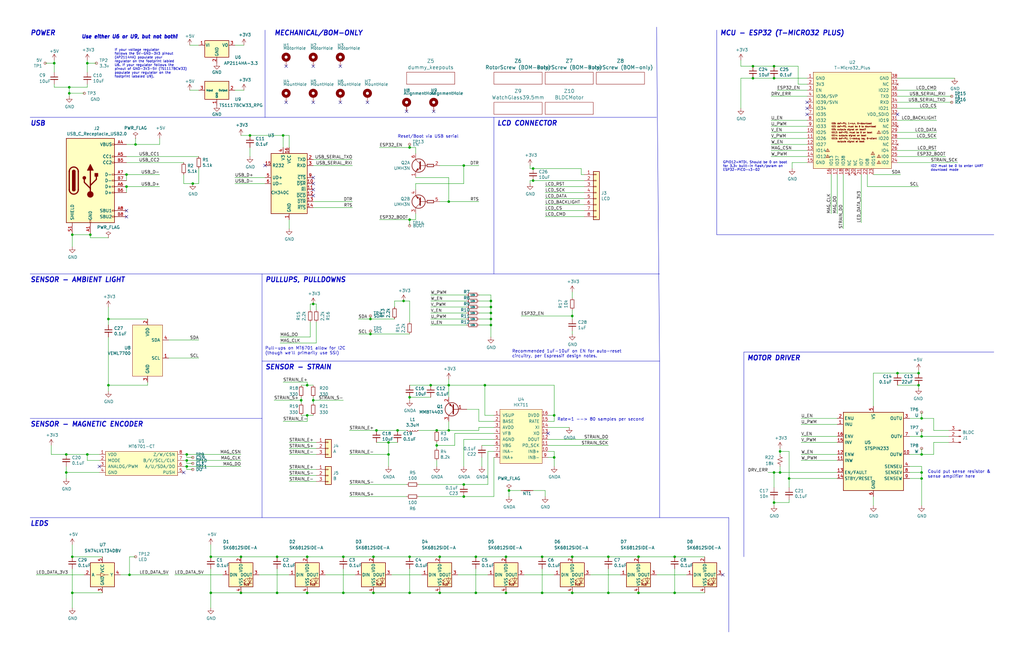
<source format=kicad_sch>
(kicad_sch (version 20230121) (generator eeschema)
  (paper "B")
  (title_block (title "SmartKnob View") (rev "${RELEASE_VERSION}") (company "Scott Bezek") (comment 2 "${COMMIT_DATE_LONG}") (comment 3 "${COMMIT_HASH}"))
  (junction (at 200.66 250.19))
  (junction (at 228.6 234.95))
  (junction (at 36.83 191.77))
  (junction (at 81.28 77.47))
  (junction (at 387.35 157.48))
  (junction (at 144.78 250.19))
  (junction (at 172.72 250.19))
  (junction (at 29.21 39.37))
  (junction (at 269.24 250.19))
  (junction (at 184.15 187.96))
  (junction (at 204.47 162.56))
  (junction (at 378.46 157.48))
  (junction (at 388.62 201.93))
  (junction (at 129.54 175.26))
  (junction (at 207.01 137.16))
  (junction (at 105.41 57.15))
  (junction (at 195.58 209.55))
  (junction (at 284.48 234.95))
  (junction (at 228.6 250.19))
  (junction (at 78.74 194.31))
  (junction (at 88.9 234.95))
  (junction (at 189.23 162.56))
  (junction (at 129.54 234.95))
  (junction (at 45.72 162.56))
  (junction (at 207.01 132.08))
  (junction (at 317.5 27.94))
  (junction (at 200.66 234.95))
  (junction (at 241.3 133.35))
  (junction (at 317.5 33.02))
  (junction (at 144.78 234.95))
  (junction (at 184.15 181.61))
  (junction (at 241.3 250.19))
  (junction (at 326.39 199.39))
  (junction (at 387.35 162.56))
  (junction (at 129.54 162.56))
  (junction (at 195.58 204.47))
  (junction (at 129.54 250.19))
  (junction (at 256.54 250.19))
  (junction (at 101.6 250.19))
  (junction (at 78.74 196.85))
  (junction (at 388.62 184.15))
  (junction (at 328.93 199.39))
  (junction (at 167.64 181.61))
  (junction (at 27.94 191.77))
  (junction (at 213.36 234.95))
  (junction (at 326.39 27.94))
  (junction (at 189.23 85.09))
  (junction (at 38.1 99.06))
  (junction (at 78.74 191.77))
  (junction (at 53.34 78.74))
  (junction (at 157.48 234.95))
  (junction (at 29.21 36.83))
  (junction (at 172.72 234.95))
  (junction (at 172.72 167.64))
  (junction (at 156.21 140.97))
  (junction (at 157.48 250.19))
  (junction (at 132.08 128.27))
  (junction (at 326.39 212.09))
  (junction (at 101.6 234.95))
  (junction (at 185.42 234.95))
  (junction (at 207.01 127))
  (junction (at 36.83 26.67))
  (junction (at 116.84 234.95))
  (junction (at 284.48 250.19))
  (junction (at 30.48 250.19))
  (junction (at 45.72 134.62))
  (junction (at 54.61 242.57))
  (junction (at 30.48 234.95))
  (junction (at 233.68 193.04))
  (junction (at 269.24 234.95))
  (junction (at 388.62 191.77))
  (junction (at 22.86 26.67))
  (junction (at 213.36 250.19))
  (junction (at 53.34 73.66))
  (junction (at 170.18 127))
  (junction (at 326.39 33.02))
  (junction (at 189.23 181.61))
  (junction (at 158.75 181.61))
  (junction (at 224.79 71.12))
  (junction (at 163.83 191.77))
  (junction (at 163.83 186.69))
  (junction (at 156.21 134.62))
  (junction (at 233.68 175.26))
  (junction (at 388.62 199.39))
  (junction (at 181.61 162.56))
  (junction (at 241.3 234.95))
  (junction (at 332.74 201.93))
  (junction (at 224.79 76.2))
  (junction (at 132.08 168.91))
  (junction (at 328.93 190.5))
  (junction (at 195.58 69.85))
  (junction (at 207.01 129.54))
  (junction (at 27.94 199.39))
  (junction (at 172.72 92.71))
  (junction (at 185.42 250.19))
  (junction (at 119.38 57.15))
  (junction (at 116.84 250.19))
  (junction (at 127 168.91))
  (junction (at 214.63 207.01))
  (junction (at 88.9 250.19))
  (junction (at 57.15 60.96))
  (junction (at 172.72 62.23))
  (junction (at 388.62 176.53))
  (junction (at 256.54 234.95))
  (junction (at 207.01 134.62))
  (junction (at 30.48 99.06))
  (no_connect (at 132.08 43.18))
  (no_connect (at 231.14 182.88))
  (no_connect (at 132.08 77.47))
  (no_connect (at 132.08 74.93))
  (no_connect (at 304.8 242.57))
  (no_connect (at 132.08 27.94))
  (no_connect (at 340.36 45.72))
  (no_connect (at 132.08 80.01))
  (no_connect (at 340.36 48.26))
  (no_connect (at 120.65 27.94))
  (no_connect (at 111.76 69.85))
  (no_connect (at 53.34 91.44))
  (no_connect (at 77.47 199.39))
  (no_connect (at 120.65 43.18))
  (no_connect (at 378.46 48.26))
  (no_connect (at 171.45 46.99))
  (no_connect (at 154.94 43.18))
  (no_connect (at 143.51 43.18))
  (no_connect (at 53.34 88.9))
  (no_connect (at 182.88 46.99))
  (no_connect (at 340.36 43.18))
  (no_connect (at 132.08 82.55))
  (no_connect (at 143.51 27.94))
  (no_connect (at 41.91 196.85))
  (wire (pts (xy 80.01 19.05) (xy 83.82 19.05)))
  (wire (pts (xy 88.9 240.03) (xy 88.9 250.19)))
  (wire (pts (xy 220.98 242.57) (xy 233.68 242.57)))
  (wire (pts (xy 231.14 180.34) (xy 240.03 180.34)))
  (wire (pts (xy 157.48 234.95) (xy 172.72 234.95)))
  (wire (pts (xy 144.78 234.95) (xy 157.48 234.95)))
  (wire (pts (xy 353.06 73.66) (xy 353.06 90.17)))
  (wire (pts (xy 229.87 207.01) (xy 229.87 209.55)))
  (wire (pts (xy 121.92 62.23) (xy 121.92 57.15)))
  (wire (pts (xy 228.6 234.95) (xy 241.3 234.95)))
  (wire (pts (xy 53.34 68.58) (xy 77.47 68.58)))
  (wire (pts (xy 207.01 124.46) (xy 207.01 127)))
  (wire (pts (xy 207.01 137.16) (xy 207.01 142.24)))
  (wire (pts (xy 241.3 125.73) (xy 241.3 123.19)))
  (wire (pts (xy 196.85 172.72) (xy 201.93 172.72)))
  (wire (pts (xy 81.28 198.12) (xy 78.74 198.12)))
  (wire (pts (xy 383.54 201.93) (xy 388.62 201.93)))
  (wire (pts (xy 36.83 194.31) (xy 36.83 191.77)))
  (wire (pts (xy 368.3 209.55) (xy 368.3 213.36)))
  (wire (pts (xy 383.54 176.53) (xy 388.62 176.53)))
  (wire (pts (xy 353.06 201.93) (xy 332.74 201.93)))
  (wire (pts (xy 223.52 69.85) (xy 223.52 71.12)))
  (wire (pts (xy 151.13 134.62) (xy 156.21 134.62)))
  (wire (pts (xy 45.72 134.62) (xy 62.23 134.62)))
  (wire (pts (xy 388.62 196.85) (xy 388.62 199.39)))
  (wire (pts (xy 29.21 39.37) (xy 29.21 40.64)))
  (wire (pts (xy 116.84 250.19) (xy 129.54 250.19)))
  (wire (pts (xy 105.41 62.23) (xy 105.41 66.04)))
  (wire (pts (xy 137.16 242.57) (xy 149.86 242.57)))
  (polyline (pts (xy 208.28 49.53) (xy 208.28 115.57)))
  (polyline (pts (xy 12.7 218.44) (xy 307.34 218.44)))
  (wire (pts (xy 378.46 66.04) (xy 398.78 66.04)))
  (wire (pts (xy 54.61 242.57) (xy 71.12 242.57)))
  (wire (pts (xy 200.66 250.19) (xy 213.36 250.19)))
  (wire (pts (xy 156.21 134.62) (xy 166.37 134.62)))
  (wire (pts (xy 378.46 68.58) (xy 403.86 68.58)))
  (wire (pts (xy 241.3 250.19) (xy 256.54 250.19)))
  (wire (pts (xy 175.26 62.23) (xy 175.26 64.77)))
  (wire (pts (xy 38.1 99.06) (xy 38.1 100.33)))
  (wire (pts (xy 269.24 250.19) (xy 284.48 250.19)))
  (wire (pts (xy 116.84 240.03) (xy 116.84 250.19)))
  (wire (pts (xy 368.3 157.48) (xy 368.3 171.45)))
  (wire (pts (xy 353.06 194.31) (xy 337.82 194.31)))
  (wire (pts (xy 176.53 204.47) (xy 195.58 204.47)))
  (wire (pts (xy 241.3 133.35) (xy 241.3 130.81)))
  (polyline (pts (xy 313.69 234.95) (xy 313.69 148.59)))
  (wire (pts (xy 53.34 66.04) (xy 83.82 66.04)))
  (wire (pts (xy 127 168.91) (xy 127 170.18)))
  (wire (pts (xy 200.66 240.03) (xy 200.66 250.19)))
  (wire (pts (xy 246.38 83.82) (xy 229.87 83.82)))
  (wire (pts (xy 80.01 38.1) (xy 83.82 38.1)))
  (wire (pts (xy 231.14 190.5) (xy 233.68 190.5)))
  (wire (pts (xy 166.37 127) (xy 170.18 127)))
  (wire (pts (xy 115.57 168.91) (xy 127 168.91)))
  (wire (pts (xy 27.94 199.39) (xy 27.94 201.93)))
  (wire (pts (xy 195.58 209.55) (xy 208.28 209.55)))
  (wire (pts (xy 383.54 199.39) (xy 388.62 199.39)))
  (wire (pts (xy 195.58 185.42) (xy 195.58 196.85)))
  (wire (pts (xy 176.53 181.61) (xy 184.15 181.61)))
  (wire (pts (xy 388.62 199.39) (xy 388.62 201.93)))
  (wire (pts (xy 231.14 193.04) (xy 233.68 193.04)))
  (wire (pts (xy 233.68 175.26) (xy 231.14 175.26)))
  (wire (pts (xy 387.35 157.48) (xy 378.46 157.48)))
  (wire (pts (xy 189.23 162.56) (xy 189.23 160.02)))
  (wire (pts (xy 189.23 85.09) (xy 201.93 85.09)))
  (wire (pts (xy 158.75 186.69) (xy 163.83 186.69)))
  (wire (pts (xy 81.28 77.47) (xy 83.82 77.47)))
  (wire (pts (xy 111.76 74.93) (xy 99.06 74.93)))
  (wire (pts (xy 394.97 50.8) (xy 378.46 50.8)))
  (wire (pts (xy 78.74 194.31) (xy 101.6 194.31)))
  (wire (pts (xy 365.76 78.74) (xy 387.35 78.74)))
  (wire (pts (xy 172.72 127) (xy 172.72 135.89)))
  (wire (pts (xy 81.28 193.04) (xy 78.74 193.04)))
  (wire (pts (xy 78.74 195.58) (xy 78.74 194.31)))
  (wire (pts (xy 326.39 33.02) (xy 317.5 33.02)))
  (wire (pts (xy 353.06 186.69) (xy 337.82 186.69)))
  (wire (pts (xy 29.21 39.37) (xy 35.56 39.37)))
  (polyline (pts (xy 307.34 218.44) (xy 307.34 266.7)))
  (wire (pts (xy 172.72 234.95) (xy 185.42 234.95)))
  (wire (pts (xy 323.85 199.39) (xy 326.39 199.39)))
  (wire (pts (xy 83.82 151.13) (xy 71.12 151.13)))
  (wire (pts (xy 163.83 186.69) (xy 167.64 186.69)))
  (wire (pts (xy 121.92 57.15) (xy 119.38 57.15)))
  (wire (pts (xy 189.23 74.93) (xy 189.23 85.09)))
  (wire (pts (xy 336.55 27.94) (xy 326.39 27.94)))
  (wire (pts (xy 336.55 35.56) (xy 336.55 27.94)))
  (wire (pts (xy 172.72 250.19) (xy 185.42 250.19)))
  (wire (pts (xy 185.42 250.19) (xy 200.66 250.19)))
  (wire (pts (xy 171.45 204.47) (xy 147.32 204.47)))
  (wire (pts (xy 340.36 53.34) (xy 325.12 53.34)))
  (wire (pts (xy 184.15 186.69) (xy 184.15 187.96)))
  (wire (pts (xy 30.48 240.03) (xy 30.48 250.19)))
  (wire (pts (xy 378.46 40.64) (xy 401.32 40.64)))
  (wire (pts (xy 158.75 181.61) (xy 167.64 181.61)))
  (wire (pts (xy 353.06 176.53) (xy 337.82 176.53)))
  (wire (pts (xy 30.48 256.54) (xy 30.48 250.19)))
  (wire (pts (xy 233.68 190.5) (xy 233.68 193.04)))
  (wire (pts (xy 172.72 168.91) (xy 172.72 167.64)))
  (wire (pts (xy 81.28 195.58) (xy 78.74 195.58)))
  (wire (pts (xy 118.11 144.78) (xy 133.35 144.78)))
  (wire (pts (xy 201.93 172.72) (xy 201.93 177.8)))
  (wire (pts (xy 233.68 177.8) (xy 233.68 175.26)))
  (wire (pts (xy 207.01 127) (xy 207.01 129.54)))
  (wire (pts (xy 204.47 175.26) (xy 208.28 175.26)))
  (wire (pts (xy 147.32 181.61) (xy 158.75 181.61)))
  (wire (pts (xy 201.93 129.54) (xy 207.01 129.54)))
  (wire (pts (xy 378.46 43.18) (xy 401.32 43.18)))
  (wire (pts (xy 121.92 186.69) (xy 133.35 186.69)))
  (wire (pts (xy 36.83 26.67) (xy 36.83 30.48)))
  (wire (pts (xy 246.38 73.66) (xy 245.11 73.66)))
  (wire (pts (xy 175.26 80.01) (xy 175.26 77.47)))
  (wire (pts (xy 147.32 209.55) (xy 171.45 209.55)))
  (wire (pts (xy 119.38 177.8) (xy 129.54 177.8)))
  (wire (pts (xy 181.61 167.64) (xy 172.72 167.64)))
  (wire (pts (xy 213.36 250.19) (xy 228.6 250.19)))
  (wire (pts (xy 147.32 191.77) (xy 163.83 191.77)))
  (wire (pts (xy 204.47 162.56) (xy 233.68 162.56)))
  (wire (pts (xy 203.2 187.96) (xy 208.28 187.96)))
  (wire (pts (xy 57.15 234.95) (xy 54.61 234.95)))
  (wire (pts (xy 175.26 74.93) (xy 189.23 74.93)))
  (wire (pts (xy 340.36 58.42) (xy 325.12 58.42)))
  (wire (pts (xy 127 175.26) (xy 129.54 175.26)))
  (wire (pts (xy 200.66 234.95) (xy 213.36 234.95)))
  (wire (pts (xy 132.08 168.91) (xy 144.78 168.91)))
  (wire (pts (xy 77.47 194.31) (xy 78.74 194.31)))
  (wire (pts (xy 78.74 196.85) (xy 101.6 196.85)))
  (wire (pts (xy 36.83 25.4) (xy 36.83 26.67)))
  (wire (pts (xy 121.92 191.77) (xy 133.35 191.77)))
  (wire (pts (xy 269.24 234.95) (xy 284.48 234.95)))
  (wire (pts (xy 172.72 62.23) (xy 175.26 62.23)))
  (wire (pts (xy 214.63 207.01) (xy 219.71 207.01)))
  (wire (pts (xy 207.01 134.62) (xy 207.01 137.16)))
  (wire (pts (xy 328.93 189.23) (xy 328.93 190.5)))
  (wire (pts (xy 129.54 162.56) (xy 132.08 162.56)))
  (wire (pts (xy 151.13 140.97) (xy 156.21 140.97)))
  (wire (pts (xy 175.26 90.17) (xy 175.26 92.71)))
  (wire (pts (xy 368.3 157.48) (xy 378.46 157.48)))
  (wire (pts (xy 78.74 198.12) (xy 78.74 196.85)))
  (wire (pts (xy 394.97 58.42) (xy 378.46 58.42)))
  (wire (pts (xy 196.85 137.16) (xy 181.61 137.16)))
  (wire (pts (xy 383.54 196.85) (xy 388.62 196.85)))
  (wire (pts (xy 133.35 128.27) (xy 133.35 130.81)))
  (wire (pts (xy 231.14 177.8) (xy 233.68 177.8)))
  (wire (pts (xy 334.01 71.12) (xy 334.01 68.58)))
  (wire (pts (xy 132.08 87.63) (xy 148.59 87.63)))
  (wire (pts (xy 208.28 193.04) (xy 208.28 209.55)))
  (wire (pts (xy 116.84 234.95) (xy 129.54 234.95)))
  (wire (pts (xy 378.46 63.5) (xy 394.97 63.5)))
  (polyline (pts (xy 302.26 99.06) (xy 302.26 12.7)))
  (wire (pts (xy 185.42 69.85) (xy 195.58 69.85)))
  (wire (pts (xy 340.36 63.5) (xy 325.12 63.5)))
  (wire (pts (xy 393.7 186.69) (xy 400.05 186.69)))
  (wire (pts (xy 119.38 161.29) (xy 129.54 161.29)))
  (wire (pts (xy 231.14 185.42) (xy 256.54 185.42)))
  (wire (pts (xy 29.21 36.83) (xy 36.83 36.83)))
  (wire (pts (xy 45.72 137.16) (xy 45.72 134.62)))
  (wire (pts (xy 326.39 199.39) (xy 326.39 205.74)))
  (wire (pts (xy 53.34 78.74) (xy 67.31 78.74)))
  (wire (pts (xy 132.08 128.27) (xy 133.35 128.27)))
  (wire (pts (xy 130.81 135.89) (xy 130.81 142.24)))
  (wire (pts (xy 383.54 191.77) (xy 388.62 191.77)))
  (wire (pts (xy 77.47 73.66) (xy 77.47 77.47)))
  (wire (pts (xy 195.58 77.47) (xy 195.58 69.85)))
  (wire (pts (xy 38.1 99.06) (xy 30.48 99.06)))
  (wire (pts (xy 340.36 50.8) (xy 325.12 50.8)))
  (wire (pts (xy 387.35 156.21) (xy 387.35 157.48)))
  (wire (pts (xy 166.37 129.54) (xy 166.37 127)))
  (polyline (pts (xy 110.49 176.53) (xy 12.7 176.53)))
  (wire (pts (xy 196.85 132.08) (xy 181.61 132.08)))
  (wire (pts (xy 185.42 234.95) (xy 200.66 234.95)))
  (polyline (pts (xy 313.69 148.59) (xy 419.1 148.59)))
  (wire (pts (xy 77.47 191.77) (xy 78.74 191.77)))
  (wire (pts (xy 340.36 40.64) (xy 325.12 40.64)))
  (wire (pts (xy 172.72 60.96) (xy 172.72 62.23)))
  (wire (pts (xy 207.01 127) (xy 201.93 127)))
  (wire (pts (xy 233.68 193.04) (xy 233.68 196.85)))
  (wire (pts (xy 326.39 27.94) (xy 317.5 27.94)))
  (wire (pts (xy 219.71 133.35) (xy 241.3 133.35)))
  (wire (pts (xy 355.6 73.66) (xy 355.6 96.52)))
  (wire (pts (xy 332.74 210.82) (xy 332.74 212.09)))
  (wire (pts (xy 340.36 55.88) (xy 325.12 55.88)))
  (wire (pts (xy 340.36 35.56) (xy 336.55 35.56)))
  (wire (pts (xy 121.92 203.2) (xy 133.35 203.2)))
  (wire (pts (xy 121.92 200.66) (xy 133.35 200.66)))
  (wire (pts (xy 284.48 240.03) (xy 284.48 250.19)))
  (wire (pts (xy 29.21 36.83) (xy 29.21 39.37)))
  (wire (pts (xy 276.86 242.57) (xy 289.56 242.57)))
  (wire (pts (xy 101.6 234.95) (xy 116.84 234.95)))
  (wire (pts (xy 132.08 167.64) (xy 132.08 168.91)))
  (wire (pts (xy 326.39 210.82) (xy 326.39 212.09)))
  (wire (pts (xy 99.06 19.05) (xy 102.87 19.05)))
  (wire (pts (xy 340.36 33.02) (xy 326.39 33.02)))
  (polyline (pts (xy 12.7 115.57) (xy 278.13 115.57)))
  (wire (pts (xy 129.54 250.19) (xy 144.78 250.19)))
  (wire (pts (xy 172.72 95.25) (xy 172.72 92.71)))
  (wire (pts (xy 201.93 134.62) (xy 207.01 134.62)))
  (wire (pts (xy 41.91 194.31) (xy 36.83 194.31)))
  (wire (pts (xy 207.01 129.54) (xy 207.01 132.08)))
  (wire (pts (xy 30.48 99.06) (xy 30.48 104.14)))
  (wire (pts (xy 77.47 196.85) (xy 78.74 196.85)))
  (wire (pts (xy 175.26 77.47) (xy 195.58 77.47)))
  (wire (pts (xy 88.9 229.87) (xy 88.9 234.95)))
  (polyline (pts (xy 12.7 49.53) (xy 276.86 49.53)))
  (wire (pts (xy 368.3 73.66) (xy 379.73 73.66)))
  (wire (pts (xy 45.72 165.1) (xy 45.72 162.56)))
  (wire (pts (xy 350.52 73.66) (xy 350.52 90.17)))
  (wire (pts (xy 201.93 177.8) (xy 208.28 177.8)))
  (wire (pts (xy 388.62 189.23) (xy 388.62 191.77)))
  (wire (pts (xy 121.92 96.52) (xy 121.92 92.71)))
  (wire (pts (xy 256.54 250.19) (xy 269.24 250.19)))
  (wire (pts (xy 22.86 26.67) (xy 22.86 30.48)))
  (wire (pts (xy 38.1 100.33) (xy 45.72 100.33)))
  (wire (pts (xy 326.39 212.09) (xy 326.39 213.36)))
  (wire (pts (xy 88.9 234.95) (xy 101.6 234.95)))
  (wire (pts (xy 205.74 190.5) (xy 205.74 204.47)))
  (wire (pts (xy 160.02 62.23) (xy 172.72 62.23)))
  (wire (pts (xy 388.62 176.53) (xy 393.7 176.53)))
  (wire (pts (xy 383.54 184.15) (xy 388.62 184.15)))
  (wire (pts (xy 15.24 242.57) (xy 35.56 242.57)))
  (wire (pts (xy 163.83 191.77) (xy 163.83 196.85)))
  (wire (pts (xy 119.38 57.15) (xy 119.38 62.23)))
  (polyline (pts (xy 276.86 11.43) (xy 278.13 152.4)))
  (wire (pts (xy 121.92 189.23) (xy 133.35 189.23)))
  (wire (pts (xy 233.68 162.56) (xy 233.68 175.26)))
  (wire (pts (xy 132.08 67.31) (xy 148.59 67.31)))
  (wire (pts (xy 127 167.64) (xy 127 168.91)))
  (wire (pts (xy 99.06 77.47) (xy 111.76 77.47)))
  (wire (pts (xy 284.48 250.19) (xy 297.18 250.19)))
  (wire (pts (xy 29.21 36.83) (xy 22.86 36.83)))
  (wire (pts (xy 27.94 199.39) (xy 41.91 199.39)))
  (wire (pts (xy 248.92 242.57) (xy 261.62 242.57)))
  (wire (pts (xy 30.48 250.19) (xy 43.18 250.19)))
  (wire (pts (xy 129.54 161.29) (xy 129.54 162.56)))
  (wire (pts (xy 393.7 181.61) (xy 400.05 181.61)))
  (wire (pts (xy 334.01 68.58) (xy 340.36 68.58)))
  (wire (pts (xy 189.23 162.56) (xy 189.23 167.64)))
  (wire (pts (xy 175.26 92.71) (xy 172.72 92.71)))
  (wire (pts (xy 353.06 191.77) (xy 337.82 191.77)))
  (wire (pts (xy 312.42 33.02) (xy 317.5 33.02)))
  (wire (pts (xy 246.38 88.9) (xy 229.87 88.9)))
  (wire (pts (xy 328.93 196.85) (xy 328.93 199.39)))
  (wire (pts (xy 53.34 78.74) (xy 53.34 81.28)))
  (wire (pts (xy 130.81 128.27) (xy 132.08 128.27)))
  (wire (pts (xy 393.7 176.53) (xy 393.7 181.61)))
  (polyline (pts (xy 110.49 152.4) (xy 278.13 152.4)))
  (wire (pts (xy 189.23 177.8) (xy 189.23 181.61)))
  (wire (pts (xy 388.62 191.77) (xy 393.7 191.77)))
  (wire (pts (xy 332.74 201.93) (xy 332.74 190.5)))
  (wire (pts (xy 229.87 86.36) (xy 246.38 86.36)))
  (wire (pts (xy 196.85 124.46) (xy 181.61 124.46)))
  (wire (pts (xy 105.41 57.15) (xy 119.38 57.15)))
  (polyline (pts (xy 302.26 99.06) (xy 419.1 99.06)))
  (wire (pts (xy 77.47 77.47) (xy 81.28 77.47)))
  (wire (pts (xy 328.93 190.5) (xy 328.93 191.77)))
  (wire (pts (xy 50.8 242.57) (xy 54.61 242.57)))
  (wire (pts (xy 195.58 209.55) (xy 176.53 209.55)))
  (wire (pts (xy 208.28 190.5) (xy 205.74 190.5)))
  (wire (pts (xy 378.46 55.88) (xy 394.97 55.88)))
  (wire (pts (xy 121.92 198.12) (xy 133.35 198.12)))
  (wire (pts (xy 181.61 162.56) (xy 189.23 162.56)))
  (wire (pts (xy 129.54 175.26) (xy 129.54 177.8)))
  (wire (pts (xy 36.83 36.83) (xy 36.83 35.56)))
  (wire (pts (xy 22.86 36.83) (xy 22.86 35.56)))
  (wire (pts (xy 132.08 168.91) (xy 132.08 170.18)))
  (wire (pts (xy 189.23 181.61) (xy 201.93 181.61)))
  (wire (pts (xy 185.42 85.09) (xy 189.23 85.09)))
  (wire (pts (xy 57.15 60.96) (xy 67.31 60.96)))
  (wire (pts (xy 213.36 234.95) (xy 228.6 234.95)))
  (wire (pts (xy 327.66 38.1) (xy 340.36 38.1)))
  (wire (pts (xy 71.12 143.51) (xy 83.82 143.51)))
  (wire (pts (xy 118.11 142.24) (xy 130.81 142.24)))
  (wire (pts (xy 191.77 187.96) (xy 191.77 182.88)))
  (wire (pts (xy 378.46 45.72) (xy 394.97 45.72)))
  (wire (pts (xy 53.34 73.66) (xy 67.31 73.66)))
  (wire (pts (xy 172.72 92.71) (xy 160.02 92.71)))
  (wire (pts (xy 144.78 250.19) (xy 157.48 250.19)))
  (wire (pts (xy 231.14 187.96) (xy 256.54 187.96)))
  (wire (pts (xy 172.72 240.03) (xy 172.72 250.19)))
  (wire (pts (xy 223.52 71.12) (xy 224.79 71.12)))
  (wire (pts (xy 228.6 250.19) (xy 241.3 250.19)))
  (wire (pts (xy 36.83 26.67) (xy 40.64 26.67)))
  (wire (pts (xy 45.72 134.62) (xy 45.72 129.54)))
  (wire (pts (xy 378.46 33.02) (xy 402.59 33.02)))
  (wire (pts (xy 184.15 187.96) (xy 191.77 187.96)))
  (wire (pts (xy 27.94 191.77) (xy 21.59 191.77)))
  (wire (pts (xy 196.85 127) (xy 181.61 127)))
  (wire (pts (xy 394.97 38.1) (xy 378.46 38.1)))
  (wire (pts (xy 144.78 240.03) (xy 144.78 250.19)))
  (wire (pts (xy 203.2 193.04) (xy 203.2 196.85)))
  (wire (pts (xy 388.62 181.61) (xy 388.62 184.15)))
  (wire (pts (xy 246.38 78.74) (xy 229.87 78.74)))
  (wire (pts (xy 196.85 134.62) (xy 181.61 134.62)))
  (wire (pts (xy 332.74 201.93) (xy 332.74 205.74)))
  (wire (pts (xy 388.62 201.93) (xy 388.62 213.36)))
  (wire (pts (xy 132.08 69.85) (xy 148.59 69.85)))
  (wire (pts (xy 129.54 175.26) (xy 132.08 175.26)))
  (wire (pts (xy 30.48 234.95) (xy 43.18 234.95)))
  (wire (pts (xy 340.36 60.96) (xy 325.12 60.96)))
  (wire (pts (xy 326.39 199.39) (xy 328.93 199.39)))
  (wire (pts (xy 88.9 256.54) (xy 88.9 250.19)))
  (wire (pts (xy 228.6 240.03) (xy 228.6 250.19)))
  (wire (pts (xy 156.21 140.97) (xy 172.72 140.97)))
  (wire (pts (xy 195.58 204.47) (xy 205.74 204.47)))
  (wire (pts (xy 36.83 191.77) (xy 41.91 191.77)))
  (wire (pts (xy 353.06 179.07) (xy 337.82 179.07)))
  (wire (pts (xy 54.61 234.95) (xy 54.61 242.57)))
  (wire (pts (xy 224.79 76.2) (xy 246.38 76.2)))
  (wire (pts (xy 22.86 25.4) (xy 22.86 26.67)))
  (wire (pts (xy 378.46 162.56) (xy 387.35 162.56)))
  (wire (pts (xy 312.42 33.02) (xy 312.42 45.72)))
  (wire (pts (xy 88.9 250.19) (xy 101.6 250.19)))
  (wire (pts (xy 53.34 60.96) (xy 57.15 60.96)))
  (wire (pts (xy 340.36 66.04) (xy 325.12 66.04)))
  (wire (pts (xy 224.79 207.01) (xy 229.87 207.01)))
  (wire (pts (xy 388.62 173.99) (xy 388.62 176.53)))
  (wire (pts (xy 167.64 181.61) (xy 171.45 181.61)))
  (wire (pts (xy 208.28 185.42) (xy 195.58 185.42)))
  (wire (pts (xy 332.74 212.09) (xy 326.39 212.09)))
  (wire (pts (xy 62.23 161.29) (xy 62.23 162.56)))
  (wire (pts (xy 393.7 191.77) (xy 393.7 186.69)))
  (wire (pts (xy 163.83 186.69) (xy 163.83 191.77)))
  (wire (pts (xy 201.93 132.08) (xy 207.01 132.08)))
  (wire (pts (xy 363.22 93.98) (xy 363.22 73.66)))
  (wire (pts (xy 57.15 58.42) (xy 57.15 60.96)))
  (wire (pts (xy 170.18 127) (xy 172.72 127)))
  (wire (pts (xy 30.48 229.87) (xy 30.48 234.95)))
  (wire (pts (xy 388.62 184.15) (xy 400.05 184.15)))
  (polyline (pts (xy 111.76 49.53) (xy 111.76 12.7)))
  (wire (pts (xy 133.35 135.89) (xy 133.35 144.78)))
  (wire (pts (xy 184.15 189.23) (xy 184.15 187.96)))
  (wire (pts (xy 157.48 250.19) (xy 172.72 250.19)))
  (wire (pts (xy 204.47 162.56) (xy 204.47 175.26)))
  (wire (pts (xy 53.34 73.66) (xy 53.34 76.2)))
  (wire (pts (xy 365.76 78.74) (xy 365.76 73.66)))
  (wire (pts (xy 191.77 182.88) (xy 208.28 182.88)))
  (wire (pts (xy 172.72 162.56) (xy 181.61 162.56)))
  (wire (pts (xy 78.74 193.04) (xy 78.74 191.77)))
  (wire (pts (xy 201.93 137.16) (xy 207.01 137.16)))
  (wire (pts (xy 27.94 196.85) (xy 27.94 199.39)))
  (polyline (pts (xy 110.49 115.57) (xy 110.49 218.44)))
  (wire (pts (xy 317.5 27.94) (xy 312.42 27.94)))
  (wire (pts (xy 328.93 199.39) (xy 353.06 199.39)))
  (wire (pts (xy 45.72 162.56) (xy 45.72 142.24)))
  (wire (pts (xy 223.52 76.2) (xy 224.79 76.2)))
  (wire (pts (xy 229.87 81.28) (xy 246.38 81.28)))
  (wire (pts (xy 129.54 234.95) (xy 144.78 234.95)))
  (wire (pts (xy 156.21 139.7) (xy 156.21 140.97)))
  (wire (pts (xy 189.23 162.56) (xy 204.47 162.56)))
  (wire (pts (xy 165.1 242.57) (xy 177.8 242.57)))
  (wire (pts (xy 67.31 58.42) (xy 67.31 60.96)))
  (wire (pts (xy 184.15 181.61) (xy 189.23 181.61)))
  (wire (pts (xy 109.22 242.57) (xy 121.92 242.57)))
  (wire (pts (xy 284.48 234.95) (xy 297.18 234.95)))
  (wire (pts (xy 101.6 250.19) (xy 116.84 250.19)))
  (wire (pts (xy 62.23 162.56) (xy 45.72 162.56)))
  (wire (pts (xy 241.3 234.95) (xy 256.54 234.95)))
  (wire (pts (xy 36.83 191.77) (xy 27.94 191.77)))
  (wire (pts (xy 224.79 71.12) (xy 245.11 71.12)))
  (wire (pts (xy 132.08 85.09) (xy 148.59 85.09)))
  (wire (pts (xy 201.93 181.61) (xy 201.93 180.34)))
  (wire (pts (xy 201.93 124.46) (xy 207.01 124.46)))
  (wire (pts (xy 241.3 134.62) (xy 241.3 133.35)))
  (wire (pts (xy 256.54 234.95) (xy 269.24 234.95)))
  (wire (pts (xy 214.63 209.55) (xy 214.63 207.01)))
  (wire (pts (xy 195.58 69.85) (xy 201.93 69.85)))
  (wire (pts (xy 387.35 162.56) (xy 387.35 163.83)))
  (wire (pts (xy 101.6 57.15) (xy 105.41 57.15)))
  (wire (pts (xy 83.82 77.47) (xy 83.82 71.12)))
  (wire (pts (xy 19.05 26.67) (xy 22.86 26.67)))
  (wire (pts (xy 184.15 196.85) (xy 184.15 194.31)))
  (wire (pts (xy 229.87 91.44) (xy 246.38 91.44)))
  (wire (pts (xy 353.06 184.15) (xy 337.82 184.15)))
  (wire (pts (xy 127 162.56) (xy 129.54 162.56)))
  (wire (pts (xy 241.3 140.97) (xy 241.3 139.7)))
  (wire (pts (xy 21.59 191.77) (xy 21.59 187.96)))
  (polyline (pts (xy 278.13 152.4) (xy 278.13 218.44)))
  (wire (pts (xy 73.66 242.57) (xy 93.98 242.57)))
  (wire (pts (xy 312.42 27.94) (xy 312.42 25.4)))
  (wire (pts (xy 245.11 71.12) (xy 245.11 73.66)))
  (wire (pts (xy 196.85 129.54) (xy 181.61 129.54)))
  (wire (pts (xy 201.93 180.34) (xy 208.28 180.34)))
  (wire (pts (xy 99.06 38.1) (xy 102.87 38.1)))
  (wire (pts (xy 207.01 132.08) (xy 207.01 134.62)))
  (wire (pts (xy 193.04 242.57) (xy 205.74 242.57)))
  (wire (pts (xy 332.74 190.5) (xy 328.93 190.5)))
  (wire (pts (xy 156.21 133.35) (xy 156.21 134.62)))
  (wire (pts (xy 130.81 130.81) (xy 130.81 128.27)))
  (wire (pts (xy 223.52 76.2) (xy 223.52 77.47)))
  (wire (pts (xy 78.74 191.77) (xy 101.6 191.77)))
  (wire (pts (xy 256.54 240.03) (xy 256.54 250.19)))
  (text "POWER" (at 12.7 15.24 0) (effects (font (size 2.0066 2.0066) (thickness 0.4013) bold italic) (justify left bottom)))
  (text "Could put sense resistor &\nsense amplifier here" (at 391.16 201.93 0) (effects (font (size 1.27 1.27)) (justify left bottom)))
  (text "MCU - ESP32 (T-MICRO32 PLUS)" (at 303.53 15.24 0) (effects (font (size 2.0066 2.0066) (thickness 0.4013) bold italic) (justify left bottom)))
  (text "If your voltage regulator\nfollows the 5V-GND-3V3 pinout\n(AP2114HA) populate your\nregulator on the footprint labled\nU6. If your regulator follows the\npinout of GND-3V3-5V (TS1117BCW33)\npopulate your regulator on the\nfootprint labaled U9)." (at 48.26 33.02 0) (effects (font (size 1 1)) (justify left bottom)))
  (text "SENSOR - MAGNETIC ENCODER" (at 12.7 180.34 0) (effects (font (size 2.0066 2.0066) (thickness 0.4013) bold italic) (justify left bottom)))
  (text "MOTOR DRIVER" (at 314.96 152.4 0) (effects (font (size 2.0066 2.0066) (thickness 0.4013) bold italic) (justify left bottom)))
  (text "MECHANICAL/BOM-ONLY" (at 115.57 15.24 0) (effects (font (size 2.0066 2.0066) (thickness 0.4013) bold italic) (justify left bottom)))
  (text "IO2 must be 0 to enter UART\ndownload mode" (at 392.43 72.39 0) (effects (font (size 0.9906 0.9906)) (justify left bottom)))
  (text "GPIO12=MTDI. Should be 0 on boot\nfor 3.3v built-in flash/psram on\nESP32-PICO-v3-02" (at 304.8 72.39 0) (effects (font (size 0.9906 0.9906)) (justify left bottom)))
  (text "Pull-ups on MT6701 allow for I2C\n(though we'll primarily use SSI)" (at 111.76 149.86 0) (effects (font (size 1.27 1.27)) (justify left bottom)))
  (text "Use either U6 or U9, but not both!" (at 34.29 16.51 0) (effects (font (size 1.5 1.5) (thickness 0.6) bold italic) (justify left bottom)))
  (text "Rate=1 --> 80 samples per second" (at 234.95 177.8 0) (effects (font (size 1.27 1.27)) (justify left bottom)))
  (text "SENSOR - AMBIENT LIGHT" (at 12.7 119.38 0) (effects (font (size 2.0066 2.0066) (thickness 0.4013) bold italic) (justify left bottom)))
  (text "Recommended 1uF-10uF on EN for auto-reset\ncircuitry, per Espressif design notes." (at 215.9 151.13 0) (effects (font (size 1.27 1.27)) (justify left bottom)))
  (text "USB" (at 12.7 53.34 0) (effects (font (size 2.0066 2.0066) (thickness 0.4013) bold italic) (justify left bottom)))
  (text "SENSOR - STRAIN" (at 111.76 156.21 0) (effects (font (size 2.0066 2.0066) (thickness 0.4013) bold italic) (justify left bottom)))
  (text "LEDS" (at 12.7 222.25 0) (effects (font (size 2.0066 2.0066) (thickness 0.4013) bold italic) (justify left bottom)))
  (text "PULLUPS, PULLDOWNS" (at 111.76 119.38 0) (effects (font (size 2.0066 2.0066) (thickness 0.4013) bold italic) (justify left bottom)))
  (text "LCD CONNECTOR" (at 209.55 53.34 0) (effects (font (size 2.0066 2.0066) (thickness 0.4013) bold italic) (justify left bottom)))
  (text "Reset/Boot via USB serial" (at 167.64 58.42 0) (effects (font (size 1.27 1.27)) (justify left bottom)))
  (label "STRAIN_E+" (at 121.92 198.12 0))
  (label "MAG_CSN" (at 101.6 191.77 180))
  (label "ESP32_BOOT" (at 398.78 66.04 180))
  (label "LCD_RST" (at 229.87 78.74 0))
  (label "W_PWM" (at 181.61 124.46 0))
  (label "LCD_BACKLIGHT" (at 229.87 86.36 0))
  (label "STRAIN_S+" (at 121.92 189.23 0))
  (label "LCD_RST" (at 394.97 63.5 180))
  (label "V_EN" (at 325.12 55.88 0))
  (label "RTS" (at 148.59 87.63 180))
  (label "LED_DATA_5V" (at 73.66 242.57 0))
  (label "USB_SERIAL_TXO" (at 148.59 67.31 180))
  (label "SCL" (at 83.82 151.13 180))
  (label "USB_SERIAL_TXO" (at 398.78 43.18 180))
  (label "U_EN" (at 337.82 176.53 0))
  (label "STRAIN_E+" (at 121.92 186.69 0))
  (label "STRAIN_DO" (at 355.6 96.52 90))
  (label "STRAIN_E-" (at 147.32 191.77 0))
  (label "MAG_CSN" (at 325.12 63.5 0))
  (label "LCD_DATA" (at 394.97 55.88 180))
  (label "ESP32_EN" (at 219.71 133.35 0))
  (label "W_EN" (at 325.12 60.96 0))
  (label "USB_CC2" (at 67.31 68.58 180))
  (label "RTS" (at 201.93 85.09 180))
  (label "USB_D-" (at 67.31 73.66 180))
  (label "U_PWM" (at 325.12 53.34 0))
  (label "V_EN" (at 181.61 132.08 0))
  (label "USB_D+" (at 99.06 74.93 0))
  (label "LCD_SCK" (at 229.87 81.28 0))
  (label "U_PWM" (at 181.61 134.62 0))
  (label "LED_DATA_5V" (at 71.12 242.57 180))
  (label "STRAIN_S+" (at 115.57 168.91 0))
  (label "V_PWM" (at 325.12 58.42 0))
  (label "LCD_SCK" (at 394.97 58.42 180))
  (label "U_PWM" (at 337.82 179.07 0))
  (label "V_PWM" (at 337.82 186.69 0))
  (label "MAG_DO" (at 353.06 90.17 90))
  (label "ESP32_BOOT" (at 160.02 92.71 0))
  (label "STRAIN_S+" (at 147.32 209.55 0))
  (label "MAG_CLK" (at 350.52 90.17 90))
  (label "DRV_ERR" (at 323.85 199.39 180))
  (label "SDA" (at 83.82 143.51 180))
  (label "USB_D+" (at 67.31 78.74 180))
  (label "STRAIN_E-" (at 121.92 203.2 0))
  (label "SCL" (at 151.13 140.97 0))
  (label "U_EN" (at 325.12 50.8 0))
  (label "STRAIN_S-" (at 147.32 204.47 0))
  (label "SDA" (at 151.13 134.62 0))
  (label "MAG_DO" (at 101.6 196.85 180))
  (label "SCL" (at 387.35 78.74 180))
  (label "USB_CC1" (at 67.31 66.04 180))
  (label "ESP32_EN" (at 160.02 62.23 0))
  (label "USB_SERIAL_RXI" (at 148.59 69.85 180))
  (label "W_EN" (at 337.82 191.77 0))
  (label "MAG_DO" (at 118.11 142.24 0))
  (label "LCD_CS" (at 394.97 45.72 180))
  (label "LCD_CMD" (at 394.97 38.1 180))
  (label "V_PWM" (at 181.61 129.54 0))
  (label "STRAIN_E+" (at 119.38 161.29 0))
  (label "STRAIN_E-" (at 119.38 177.8 0))
  (label "LCD_CS" (at 229.87 88.9 0))
  (label "STRAIN_SCK" (at 256.54 187.96 180))
  (label "U_EN" (at 181.61 137.16 0))
  (label "SDA" (at 379.73 73.66 180))
  (label "W_PWM" (at 337.82 194.31 0))
  (label "LCD_DATA" (at 229.87 83.82 0))
  (label "STRAIN_SCK" (at 403.86 68.58 180))
  (label "W_EN" (at 181.61 127 0))
  (label "V_EN" (at 337.82 184.15 0))
  (label "LED_DATA_3V3" (at 363.22 93.98 90))
  (label "LCD_CMD" (at 229.87 91.44 0))
  (label "STRAIN_DO" (at 256.54 185.42 180))
  (label "DTR" (at 201.93 69.85 180))
  (label "DTR" (at 148.59 85.09 180))
  (label "STRAIN_E+" (at 147.32 181.61 0))
  (label "STRAIN_S-" (at 144.78 168.91 180))
  (label "DRV_ERR" (at 325.12 40.64 0))
  (label "MAG_CLK" (at 101.6 194.31 180))
  (label "LED_DATA_3V3" (at 15.24 242.57 0))
  (label "USB_D-" (at 99.06 77.47 0))
  (label "ESP32_EN" (at 327.66 38.1 0))
  (label "W_PWM" (at 325.12 66.04 0))
  (label "LCD_BACKLIGHT" (at 394.97 50.8 180))
  (label "USB_SERIAL_RXI" (at 398.78 40.64 180))
  (label "STRAIN_E-" (at 121.92 191.77 0))
  (label "MAG_CLK" (at 118.11 144.78 0))
  (label "STRAIN_S-" (at 121.92 200.66 0))
  (symbol (lib_id "MagnTek:MT6701-CT") (at 58.42 195.58 0) (unit 1)
    (property "Reference" "U1" (at 59.69 186.055 0))
    (property "Value" "MT6701-CT" (at 59.69 188.3664 0))
    (property "Footprint" "Package_SO:SOIC-8_3.9x4.9mm_P1.27mm" (effects hide))
    (property "LCSC" "C2856764, or C3003196" (effects hide))
    (property "Digikey" "N/A" (effects hide))
    (property "Mouser" "N/A" (effects hide))
  )
  (symbol (lib_id "SK6812:SK6812SIDE-A") (at 101.6 242.57 0) (unit 1)
    (property "Reference" "D1" (at 93.98 228.6 0) (effects (justify left)))
    (property "Value" "SK6812SIDE-A" (at 93.98 231.14 0) (effects (justify left)))
    (property "Footprint" "sk6812:SK6812-SIDE-A" (effects hide))
    (property "AliExpress" "https://www.aliexpress.com/item/10000009330139.html" (effects hide))
    (property "Digikey" "1528-4691-ND" (effects hide))
    (property "Mouser" "485-4691" (effects hide))
    (property "LCSC" "C2890037" (effects hide))
  )
  (symbol (lib_id "Device:C_Small") (at 88.9 237.49 0) (unit 1)
    (property "Reference" "C1" (at 91.2368 236.3216 0) (effects (justify left)))
    (property "Value" "0.1uF" (at 91.2368 238.633 0) (effects (justify left)))
    (property "Footprint" "Capacitor_SMD:C_0603_1608Metric" (effects hide))
    (property "LCSC" "C1591" (effects hide))
    (property "Digikey" "1276-1935-1-ND" (effects hide))
    (property "Mouser" "187-CL10B104KB8NNWC" (effects hide))
  )
  (symbol (lib_id "SK6812:SK6812SIDE-A") (at 129.54 242.57 0) (unit 1)
    (property "Reference" "D2" (at 121.92 228.6 0) (effects (justify left)))
    (property "Value" "SK6812SIDE-A" (at 121.92 231.14 0) (effects (justify left)))
    (property "Footprint" "sk6812:SK6812-SIDE-A" (effects hide))
    (property "AliExpress" "https://www.aliexpress.com/item/10000009330139.html" (effects hide))
    (property "Digikey" "1528-4691-ND" (effects hide))
    (property "Mouser" "485-4691" (effects hide))
    (property "LCSC" "C2890037" (effects hide))
  )
  (symbol (lib_id "Device:C_Small") (at 116.84 237.49 0) (unit 1)
    (property "Reference" "C2" (at 119.1768 236.3216 0) (effects (justify left)))
    (property "Value" "0.1uF" (at 119.1768 238.633 0) (effects (justify left)))
    (property "Footprint" "Capacitor_SMD:C_0603_1608Metric" (effects hide))
    (property "LCSC" "C1591" (effects hide))
    (property "Digikey" "1276-1935-1-ND" (effects hide))
    (property "Mouser" "187-CL10B104KB8NNWC" (effects hide))
  )
  (symbol (lib_id "SK6812:SK6812SIDE-A") (at 157.48 242.57 0) (unit 1)
    (property "Reference" "D3" (at 149.86 228.6 0) (effects (justify left)))
    (property "Value" "SK6812SIDE-A" (at 149.86 231.14 0) (effects (justify left)))
    (property "Footprint" "sk6812:SK6812-SIDE-A" (effects hide))
    (property "AliExpress" "https://www.aliexpress.com/item/10000009330139.html" (effects hide))
    (property "Digikey" "1528-4691-ND" (effects hide))
    (property "Mouser" "485-4691" (effects hide))
    (property "LCSC" "C2890037" (effects hide))
  )
  (symbol (lib_id "Device:C_Small") (at 144.78 237.49 0) (unit 1)
    (property "Reference" "C3" (at 147.1168 236.3216 0) (effects (justify left)))
    (property "Value" "0.1uF" (at 147.1168 238.633 0) (effects (justify left)))
    (property "Footprint" "Capacitor_SMD:C_0603_1608Metric" (effects hide))
    (property "LCSC" "C1591" (effects hide))
    (property "Digikey" "1276-1935-1-ND" (effects hide))
    (property "Mouser" "187-CL10B104KB8NNWC" (effects hide))
  )
  (symbol (lib_id "SK6812:SK6812SIDE-A") (at 185.42 242.57 0) (unit 1)
    (property "Reference" "D4" (at 177.8 228.6 0) (effects (justify left)))
    (property "Value" "SK6812SIDE-A" (at 177.8 231.14 0) (effects (justify left)))
    (property "Footprint" "sk6812:SK6812-SIDE-A" (effects hide))
    (property "AliExpress" "https://www.aliexpress.com/item/10000009330139.html" (effects hide))
    (property "Digikey" "1528-4691-ND" (effects hide))
    (property "Mouser" "485-4691" (effects hide))
    (property "LCSC" "C2890037" (effects hide))
  )
  (symbol (lib_id "Device:C_Small") (at 172.72 237.49 0) (unit 1)
    (property "Reference" "C4" (at 175.0568 236.3216 0) (effects (justify left)))
    (property "Value" "0.1uF" (at 175.0568 238.633 0) (effects (justify left)))
    (property "Footprint" "Capacitor_SMD:C_0603_1608Metric" (effects hide))
    (property "LCSC" "C1591" (effects hide))
    (property "Digikey" "1276-1935-1-ND" (effects hide))
    (property "Mouser" "187-CL10B104KB8NNWC" (effects hide))
  )
  (symbol (lib_id "SK6812:SK6812SIDE-A") (at 213.36 242.57 0) (unit 1)
    (property "Reference" "D5" (at 205.74 228.6 0) (effects (justify left)))
    (property "Value" "SK6812SIDE-A" (at 205.74 231.14 0) (effects (justify left)))
    (property "Footprint" "sk6812:SK6812-SIDE-A" (effects hide))
    (property "AliExpress" "https://www.aliexpress.com/item/10000009330139.html" (effects hide))
    (property "Digikey" "1528-4691-ND" (effects hide))
    (property "Mouser" "485-4691" (effects hide))
    (property "LCSC" "C2890037" (effects hide))
  )
  (symbol (lib_id "Device:C_Small") (at 200.66 237.49 0) (unit 1)
    (property "Reference" "C5" (at 202.9968 236.3216 0) (effects (justify left)))
    (property "Value" "0.1uF" (at 202.9968 238.633 0) (effects (justify left)))
    (property "Footprint" "Capacitor_SMD:C_0603_1608Metric" (effects hide))
    (property "LCSC" "C1591" (effects hide))
    (property "Digikey" "1276-1935-1-ND" (effects hide))
    (property "Mouser" "187-CL10B104KB8NNWC" (effects hide))
  )
  (symbol (lib_id "SK6812:SK6812SIDE-A") (at 241.3 242.57 0) (unit 1)
    (property "Reference" "D6" (at 233.68 228.6 0) (effects (justify left)))
    (property "Value" "SK6812SIDE-A" (at 233.68 231.14 0) (effects (justify left)))
    (property "Footprint" "sk6812:SK6812-SIDE-A" (effects hide))
    (property "AliExpress" "https://www.aliexpress.com/item/10000009330139.html" (effects hide))
    (property "Digikey" "1528-4691-ND" (effects hide))
    (property "Mouser" "485-4691" (effects hide))
    (property "LCSC" "C2890037" (effects hide))
  )
  (symbol (lib_id "Device:C_Small") (at 228.6 237.49 0) (unit 1)
    (property "Reference" "C6" (at 230.9368 236.3216 0) (effects (justify left)))
    (property "Value" "0.1uF" (at 230.9368 238.633 0) (effects (justify left)))
    (property "Footprint" "Capacitor_SMD:C_0603_1608Metric" (effects hide))
    (property "LCSC" "C1591" (effects hide))
    (property "Digikey" "1276-1935-1-ND" (effects hide))
    (property "Mouser" "187-CL10B104KB8NNWC" (effects hide))
  )
  (symbol (lib_id "SK6812:SK6812SIDE-A") (at 269.24 242.57 0) (unit 1)
    (property "Reference" "D7" (at 261.62 228.6 0) (effects (justify left)))
    (property "Value" "SK6812SIDE-A" (at 261.62 231.14 0) (effects (justify left)))
    (property "Footprint" "sk6812:SK6812-SIDE-A" (effects hide))
    (property "AliExpress" "https://www.aliexpress.com/item/10000009330139.html" (effects hide))
    (property "Digikey" "1528-4691-ND" (effects hide))
    (property "Mouser" "485-4691" (effects hide))
    (property "LCSC" "C2890037" (effects hide))
  )
  (symbol (lib_id "Device:C_Small") (at 256.54 237.49 0) (unit 1)
    (property "Reference" "C7" (at 258.8768 236.3216 0) (effects (justify left)))
    (property "Value" "0.1uF" (at 258.8768 238.633 0) (effects (justify left)))
    (property "Footprint" "Capacitor_SMD:C_0603_1608Metric" (effects hide))
    (property "LCSC" "C1591" (effects hide))
    (property "Digikey" "1276-1935-1-ND" (effects hide))
    (property "Mouser" "187-CL10B104KB8NNWC" (effects hide))
  )
  (symbol (lib_id "SK6812:SK6812SIDE-A") (at 297.18 242.57 0) (unit 1)
    (property "Reference" "D8" (at 289.56 228.6 0) (effects (justify left)))
    (property "Value" "SK6812SIDE-A" (at 289.56 231.14 0) (effects (justify left)))
    (property "Footprint" "sk6812:SK6812-SIDE-A" (effects hide))
    (property "AliExpress" "https://www.aliexpress.com/item/10000009330139.html" (effects hide))
    (property "Digikey" "1528-4691-ND" (effects hide))
    (property "Mouser" "485-4691" (effects hide))
    (property "LCSC" "C2890037" (effects hide))
  )
  (symbol (lib_id "Device:C_Small") (at 284.48 237.49 0) (unit 1)
    (property "Reference" "C8" (at 286.8168 236.3216 0) (effects (justify left)))
    (property "Value" "0.1uF" (at 286.8168 238.633 0) (effects (justify left)))
    (property "Footprint" "Capacitor_SMD:C_0603_1608Metric" (effects hide))
    (property "LCSC" "C1591" (effects hide))
    (property "Digikey" "1276-1935-1-ND" (effects hide))
    (property "Mouser" "187-CL10B104KB8NNWC" (effects hide))
  )
  (symbol (lib_id "power:+5V") (at 88.9 229.87 0) (unit 1)
    (property "Reference" "#PWR0101" (effects hide))
    (property "Value" "+5V" (at 89.281 225.4758 0))
  )
  (symbol (lib_id "power:GND") (at 88.9 256.54 0) (unit 1)
    (property "Reference" "#PWR0102" (effects hide))
    (property "Value" "GND" (at 89.027 260.9342 0))
  )
  (symbol (lib_id "Connector:Conn_01x03_Male") (at 405.13 184.15 180) (unit 1)
    (property "Reference" "J1" (at 405.8412 184.7596 0) (effects (justify right)))
    (property "Value" "BLDC" (at 405.8412 182.4482 0) (effects (justify right)))
    (property "Footprint" "Molex:532610371" (effects hide))
    (property "LCSC" "C293630" (effects hide))
    (property "Digikey" "WM7621CT-ND" (effects hide))
    (property "Mouser" "538-53261-0371" (effects hide))
  )
  (symbol (lib_id "Mechanical:MountingHole_Pad") (at 120.65 25.4 0) (unit 1)
    (property "Reference" "H1" (at 119.38 19.05 0) (effects (justify left)))
    (property "Value" "MotorHole" (at 119.38 20.32 0) (effects (justify left)))
    (property "Footprint" "Holes:MountingHole_M1.6" (effects hide))
    (property "Note" "Screw: M1.6x10 (countersunk), or M1.6x9 (pan/round). LCSC min qty 50 (but still very cheap)" (effects hide))
    (property "LCSC" "C2931389" (effects hide))
  )
  (symbol (lib_id "Mechanical:MountingHole_Pad") (at 132.08 25.4 0) (unit 1)
    (property "Reference" "H2" (at 130.81 19.05 0) (effects (justify left)))
    (property "Value" "MotorHole" (at 130.81 20.32 0) (effects (justify left)))
    (property "Footprint" "Holes:MountingHole_M1.6" (effects hide))
    (property "Note" "Screw: M1.6x10 (countersunk), or M1.6x9 (pan/round). LCSC min qty 50 (but still very cheap)" (effects hide))
    (property "LCSC" "C2931389" (effects hide))
  )
  (symbol (lib_id "Mechanical:MountingHole_Pad") (at 143.51 25.4 0) (unit 1)
    (property "Reference" "H3" (at 142.24 19.05 0) (effects (justify left)))
    (property "Value" "MotorHole" (at 142.24 20.32 0) (effects (justify left)))
    (property "Footprint" "Holes:MountingHole_M1.6" (effects hide))
    (property "Note" "Screw: M1.6x10 (countersunk), or M1.6x9 (pan/round). LCSC min qty 50 (but still very cheap)" (effects hide))
    (property "LCSC" "C2931389" (effects hide))
  )
  (symbol (lib_id "Mechanical:MountingHole_Pad") (at 120.65 40.64 0) (unit 1)
    (property "Reference" "H4" (at 119.38 34.29 0) (effects (justify left)))
    (property "Value" "MountHole" (at 119.38 35.56 0) (effects (justify left)))
    (property "Footprint" "Holes:MountingHole_2.2mm_M2_ISO7380_Pad_NonVirtual" (effects hide))
    (property "Note" "Screw: M2x5 (pan/round); Nut: M2 hex. LCSC min qty 50 (but still very cheap)" (effects hide))
    (property "LCSC" "C2911210 or C2911532 (screw), C2961595 (nut)" (effects hide))
  )
  (symbol (lib_id "Mechanical:MountingHole_Pad") (at 132.08 40.64 0) (unit 1)
    (property "Reference" "H5" (at 130.81 34.29 0) (effects (justify left)))
    (property "Value" "MountHole" (at 130.81 35.56 0) (effects (justify left)))
    (property "Footprint" "Holes:MountingHole_2.2mm_M2_ISO7380_Pad_NonVirtual" (effects hide))
    (property "Note" "Screw: M2x5 (pan/round); Nut: M2 hex. LCSC min qty 50 (but still very cheap)" (effects hide))
    (property "LCSC" "C2911210 or C2911532 (screw), C2961595 (nut)" (effects hide))
  )
  (symbol (lib_id "Mechanical:MountingHole_Pad") (at 143.51 40.64 0) (unit 1)
    (property "Reference" "H6" (at 142.24 34.29 0) (effects (justify left)))
    (property "Value" "MountHole" (at 142.24 35.56 0) (effects (justify left)))
    (property "Footprint" "Holes:MountingHole_2.2mm_M2_ISO7380_Pad_NonVirtual" (effects hide))
    (property "Note" "Screw: M2x5 (pan/round); Nut: M2 hex. LCSC min qty 50 (but still very cheap)" (effects hide))
    (property "LCSC" "C2911210 or C2911532 (screw), C2961595 (nut)" (effects hide))
  )
  (symbol (lib_id "Mechanical:MountingHole_Pad") (at 154.94 40.64 0) (unit 1)
    (property "Reference" "H7" (at 153.67 34.29 0) (effects (justify left)))
    (property "Value" "MountHole" (at 153.67 35.56 0) (effects (justify left)))
    (property "Footprint" "Holes:MountingHole_2.2mm_M2_ISO7380_Pad_NonVirtual" (effects hide))
    (property "Note" "Screw: M2x5 (pan/round); Nut: M2 hex. LCSC min qty 50 (but still very cheap)" (effects hide))
    (property "LCSC" "C2911210 or C2911532 (screw), C2961595 (nut)" (effects hide))
  )
  (symbol (lib_id "Connector:USB_C_Receptacle_USB2.0") (at 38.1 76.2 0) (unit 1)
    (property "Reference" "J2" (at 40.8178 54.1782 0))
    (property "Value" "USB_C_Receptacle_USB2.0" (at 40.8178 56.4896 0))
    (property "Footprint" "GCT_USB:USB4510_NoPaste" (effects hide))
    (property "Datasheet" "https://www.usb.org/sites/default/files/documents/usb_type-c.zip" (effects hide))
    (property "LCSC" "C428463" (effects hide))
    (property "Mouser" "640-USB4510031A" (effects hide))
    (property "Digikey" "USB4510-03-1-A" (effects hide))
  )
  (symbol (lib_id "Device:Q_PNP_BEC") (at 191.77 172.72 180) (unit 1)
    (property "Reference" "Q1" (at 186.9186 171.5516 0) (effects (justify left)))
    (property "Value" "MMBT4403" (at 186.9186 173.863 0) (effects (justify left)))
    (property "Footprint" "Package_TO_SOT_SMD:SOT-23" (effects hide))
    (property "LCSC" "C78864" (effects hide))
    (property "Digikey" "MMBT4403LT1GOSCT-ND" (effects hide))
    (property "Mouser" "241-MMBT4403R100001" (effects hide))
  )
  (symbol (lib_id "power:GND") (at 30.48 104.14 0) (unit 1)
    (property "Reference" "#PWR0103" (effects hide))
    (property "Value" "GND" (at 30.607 108.5342 0))
  )
  (symbol (lib_id "Device:R_Small") (at 83.82 68.58 0) (unit 1)
    (property "Reference" "R1" (at 85.3186 67.4116 0) (effects (justify left)))
    (property "Value" "5.1k" (at 85.3186 69.723 0) (effects (justify left)))
    (property "Footprint" "Resistor_SMD:R_0603_1608Metric" (effects hide))
    (property "LCSC" "C105580" (effects hide))
    (property "Digikey" "RMCF0603JT5K10CT-ND" (effects hide))
    (property "Mouser" "652-CR0603FX-5101ELF" (effects hide))
  )
  (symbol (lib_id "Device:R_Small") (at 77.47 71.12 0) (unit 1)
    (property "Reference" "R2" (at 78.9686 69.9516 0) (effects (justify left)))
    (property "Value" "5.1k" (at 78.9686 72.263 0) (effects (justify left)))
    (property "Footprint" "Resistor_SMD:R_0603_1608Metric" (effects hide))
    (property "LCSC" "C105580" (effects hide))
    (property "Digikey" "RMCF0603JT5K10CT-ND" (effects hide))
    (property "Mouser" "652-CR0603FX-5101ELF" (effects hide))
  )
  (symbol (lib_id "power:GND") (at 81.28 77.47 0) (unit 1)
    (property "Reference" "#PWR0104" (effects hide))
    (property "Value" "GND" (at 81.407 81.8642 0))
  )
  (symbol (lib_id "Device:R_Small") (at 184.15 184.15 0) (unit 1)
    (property "Reference" "R3" (at 185.6486 182.9816 0) (effects (justify left)))
    (property "Value" "10k" (at 185.6486 185.293 0) (effects (justify left)))
    (property "Footprint" "Resistor_SMD:R_0603_1608Metric" (effects hide))
    (property "LCSC" "C98220" (effects hide))
    (property "Digikey" "RMCF0603JT10K0CT-ND" (effects hide))
    (property "Mouser" "652-CR0603FX-1002ELF" (effects hide))
  )
  (symbol (lib_id "Device:R_Small") (at 184.15 191.77 0) (unit 1)
    (property "Reference" "R4" (at 185.6486 190.6016 0) (effects (justify left)))
    (property "Value" "8.2k" (at 185.6486 192.913 0) (effects (justify left)))
    (property "Footprint" "Resistor_SMD:R_0603_1608Metric" (effects hide))
    (property "LCSC" "C114637" (effects hide))
    (property "Digikey" "RMCF0603FT8K20CT-ND" (effects hide))
    (property "Mouser" "652-CR0603FX-8201ELF" (effects hide))
  )
  (symbol (lib_id "lilygo_micro32:T-Micro32_Plus") (at 359.41 50.8 0) (unit 1)
    (property "Reference" "U2" (at 359.41 26.289 0))
    (property "Value" "T-Micro32_Plus" (at 359.41 28.6004 0))
    (property "Footprint" "lilygo_micro32:T-Micro32" (effects hide))
    (property "AliExpress" "https://www.aliexpress.com/item/1005002308952882.html" (effects hide))
    (property "Digikey" "N/A" (effects hide))
    (property "LCSC" "N/A" (effects hide))
    (property "Mouser" "N/A" (effects hide))
  )
  (symbol (lib_id "Device:L_Small") (at 173.99 181.61 270) (unit 1)
    (property "Reference" "L1" (at 173.99 177.0126 90))
    (property "Value" "3.3uH" (at 173.99 179.324 90))
    (property "Footprint" "Inductor_SMD:L_0805_2012Metric" (effects hide))
    (property "LCSC" "C307744" (effects hide))
    (property "Digikey" "445-6394-1-ND" (effects hide))
    (property "Mouser" "810-MLZ2012A3R3WT000" (effects hide))
  )
  (symbol (lib_id "Device:C_Small") (at 167.64 184.15 0) (unit 1)
    (property "Reference" "C19" (at 169.9768 182.9816 0) (effects (justify left)))
    (property "Value" "0.1uF" (at 169.9768 185.293 0) (effects (justify left)))
    (property "Footprint" "Capacitor_SMD:C_0603_1608Metric" (effects hide))
    (property "LCSC" "C1591" (effects hide))
    (property "Digikey" "1276-1935-1-ND" (effects hide))
    (property "Mouser" "187-CL10B104KB8NNWC" (effects hide))
  )
  (symbol (lib_id "Interface_USB:CH340C") (at 121.92 77.47 0) (unit 1)
    (property "Reference" "U3" (at 114.3 57.15 0))
    (property "Value" "CH340C" (at 118.11 81.28 0))
    (property "Footprint" "Package_SO:SOIC-16_3.9x9.9mm_P1.27mm" (effects hide))
    (property "Datasheet" "https://datasheet.lcsc.com/szlcsc/Jiangsu-Qin-Heng-CH340C_C84681.pdf" (effects hide))
    (property "LCSC" "C84681" (effects hide))
    (property "Digikey" "N/A" (effects hide))
    (property "Mouser" "N/A" (effects hide))
  )
  (symbol (lib_id "Device:C_Small") (at 158.75 184.15 0) (unit 1)
    (property "Reference" "C18" (at 161.0868 182.9816 0) (effects (justify left)))
    (property "Value" "10uF" (at 161.0868 185.293 0) (effects (justify left)))
    (property "Footprint" "Capacitor_SMD:C_0805_2012Metric" (effects hide))
    (property "LCSC" "C2922480" (effects hide))
    (property "Digikey" "1276-2891-1-ND" (effects hide))
    (property "Mouser" "187-CL21A106KAYNNNE" (effects hide))
  )
  (symbol (lib_id "strain:HX711") (at 219.71 184.15 0) (unit 1)
    (property "Reference" "U4" (at 219.71 168.529 0))
    (property "Value" "HX711" (at 219.71 170.8404 0))
    (property "Footprint" "Package_SO:SOIC-16_3.9x9.9mm_P1.27mm" (effects hide))
    (property "LCSC" "C43656" (effects hide))
    (property "Digikey" "N/A" (effects hide))
    (property "Mouser" "N/A" (effects hide))
  )
  (symbol (lib_id "no_pin:no_pin") (at 181.61 33.02 0) (unit 1)
    (property "Reference" "Z5" (at 181.61 25.7302 0) (effects (font (size 1.524 1.524))))
    (property "Value" "dummy_keepouts" (at 181.61 28.4226 0) (effects (font (size 1.524 1.524))))
    (property "Footprint" "view_custom:ViewKeepouts3d" (effects hide))
  )
  (symbol (lib_id "Regulator_Linear:AP7361C-33E") (at 91.44 19.05 0) (unit 1)
    (property "Reference" "U6" (at 100.33 24.13 0))
    (property "Value" "AP2114HA-3.3" (at 101.6 26.67 0))
    (property "Footprint" "Modified:SOT-223-3_TabPin2_InGndOut" (effects hide))
    (property "LCSC" "C460314" (effects hide))
    (property "Digikey" "AP2114HA-3.3TRG1DICT-ND, or MIC39100-3.3WS-CT-ND" (effects hide))
    (property "Mouser" "621-AP2114HA-3.3TRG1" (effects hide))
    (property "Note" "Populate either U6 or U9 - depending on pinout - but not both!" (effects hide))
  )
  (symbol (lib_id "power:GND") (at 29.21 40.64 0) (unit 1)
    (property "Reference" "#PWR0105" (effects hide))
    (property "Value" "GND" (at 29.337 45.0342 0))
  )
  (symbol (lib_id "Device:C_Small") (at 22.86 33.02 0) (unit 1)
    (property "Reference" "C9" (at 16.51 31.75 0) (effects (justify left)))
    (property "Value" "10uF" (at 16.51 34.29 0) (effects (justify left)))
    (property "Footprint" "Capacitor_SMD:C_0805_2012Metric" (effects hide))
    (property "LCSC" "C2922480" (effects hide))
    (property "Digikey" "1276-2891-1-ND" (effects hide))
    (property "Mouser" "187-CL21A106KAYNNNE" (effects hide))
  )
  (symbol (lib_id "Device:C_Small") (at 36.83 33.02 0) (unit 1)
    (property "Reference" "C10" (at 39.1668 31.8516 0) (effects (justify left)))
    (property "Value" "10uF" (at 39.1668 34.163 0) (effects (justify left)))
    (property "Footprint" "Capacitor_SMD:C_0805_2012Metric" (effects hide))
    (property "LCSC" "C2922480" (effects hide))
    (property "Digikey" "1276-2891-1-ND" (effects hide))
    (property "Mouser" "187-CL21A106KAYNNNE" (effects hide))
  )
  (symbol (lib_id "power:+3.3V") (at 36.83 25.4 0) (unit 1)
    (property "Reference" "#PWR0106" (effects hide))
    (property "Value" "+3.3V" (at 37.211 21.0058 0))
  )
  (symbol (lib_id "power:+3.3V") (at 189.23 160.02 0) (unit 1)
    (property "Reference" "#PWR0116" (effects hide))
    (property "Value" "+3.3V" (at 189.611 155.6258 0))
  )
  (symbol (lib_id "Device:C_Small") (at 172.72 165.1 0) (unit 1)
    (property "Reference" "C16" (at 175.0568 163.9316 0) (effects (justify left)))
    (property "Value" "10uF" (at 175.0568 166.243 0) (effects (justify left)))
    (property "Footprint" "Capacitor_SMD:C_0805_2012Metric" (effects hide))
    (property "LCSC" "C2922480" (effects hide))
    (property "Digikey" "1276-2891-1-ND" (effects hide))
    (property "Mouser" "187-CL21A106KAYNNNE" (effects hide))
  )
  (symbol (lib_id "Device:C_Small") (at 27.94 194.31 0) (unit 1)
    (property "Reference" "C20" (at 30.2768 193.1416 0) (effects (justify left)))
    (property "Value" "0.1uF" (at 30.2768 195.453 0) (effects (justify left)))
    (property "Footprint" "Capacitor_SMD:C_0603_1608Metric" (effects hide))
    (property "LCSC" "C1591" (effects hide))
    (property "Digikey" "1276-1935-1-ND" (effects hide))
    (property "Mouser" "187-CL10B104KB8NNWC" (effects hide))
  )
  (symbol (lib_id "Logic_LevelTranslator:SN74LV1T34DBV") (at 43.18 242.57 0) (unit 1)
    (property "Reference" "U7" (at 41.91 229.87 0) (effects (justify left)))
    (property "Value" "SN74LV1T34DBV" (at 35.56 232.41 0) (effects (justify left)))
    (property "Footprint" "Package_TO_SOT_SMD:SOT-23-5" (effects hide))
    (property "Datasheet" "https://www.ti.com/lit/ds/symlink/sn74lv1t34.pdf" (effects hide))
    (property "LCSC" "C100024" (effects hide))
    (property "Digikey" "296-37176-1-ND" (effects hide))
    (property "Mouser" "595-SN74LV1T34DBVR" (effects hide))
  )
  (symbol (lib_id "Connector:TestPoint_Small") (at 19.05 26.67 180) (unit 1)
    (property "Reference" "TP1" (at 17.8308 27.8384 0) (effects (justify left)))
    (property "Value" "5V" (at 17.78 25.4 0) (effects (justify left)))
    (property "Footprint" "Modified:TestPoint_Pad_D2.0mm_ValueSilk" (effects hide))
  )
  (symbol (lib_id "Device:C_Small") (at 30.48 237.49 0) (unit 1)
    (property "Reference" "C29" (at 32.8168 236.3216 0) (effects (justify left)))
    (property "Value" "0.1uF" (at 32.8168 238.633 0) (effects (justify left)))
    (property "Footprint" "Capacitor_SMD:C_0603_1608Metric" (effects hide))
    (property "LCSC" "C1591" (effects hide))
    (property "Digikey" "1276-1935-1-ND" (effects hide))
    (property "Mouser" "187-CL10B104KB8NNWC" (effects hide))
  )
  (symbol (lib_id "power:+5V") (at 30.48 229.87 0) (unit 1)
    (property "Reference" "#PWR0133" (effects hide))
    (property "Value" "+5V" (at 30.861 225.4758 0))
  )
  (symbol (lib_id "power:GND") (at 30.48 256.54 0) (unit 1)
    (property "Reference" "#PWR0134" (effects hide))
    (property "Value" "GND" (at 30.607 260.9342 0))
  )
  (symbol (lib_id "Device:C_Small") (at 378.46 160.02 0) (mirror y) (unit 1)
    (property "Reference" "C14" (at 376.1232 158.8516 0) (effects (justify left)))
    (property "Value" "0.1uF" (at 376.1232 161.163 0) (effects (justify left)))
    (property "Footprint" "Capacitor_SMD:C_0603_1608Metric" (effects hide))
    (property "LCSC" "C1591" (effects hide))
    (property "Digikey" "1276-1935-1-ND" (effects hide))
    (property "Mouser" "187-CL10B104KB8NNWC" (effects hide))
  )
  (symbol (lib_id "Device:C_Small") (at 387.35 160.02 0) (mirror y) (unit 1)
    (property "Reference" "C13" (at 385.0132 158.8516 0) (effects (justify left)))
    (property "Value" "22uF" (at 385.0132 161.163 0) (effects (justify left)))
    (property "Footprint" "Capacitor_SMD:C_0805_2012Metric" (effects hide))
    (property "LCSC" "C98190" (effects hide))
    (property "Digikey" "1276-CL21A226MAYNNNECT-ND" (effects hide))
    (property "Mouser" "187-CL21A226MAYNNNE" (effects hide))
  )
  (symbol (lib_id "Device:C_Small") (at 332.74 208.28 0) (unit 1)
    (property "Reference" "C21" (at 335.0768 207.1116 0) (effects (justify left)))
    (property "Value" "0.1uF" (at 335.0768 209.423 0) (effects (justify left)))
    (property "Footprint" "Capacitor_SMD:C_0603_1608Metric" (effects hide))
    (property "LCSC" "C1591" (effects hide))
    (property "Digikey" "1276-1935-1-ND" (effects hide))
    (property "Mouser" "187-CL10B104KB8NNWC" (effects hide))
  )
  (symbol (lib_id "Device:C_Small") (at 326.39 208.28 0) (mirror y) (unit 1)
    (property "Reference" "C17" (at 324.0532 207.1116 0) (effects (justify left)))
    (property "Value" "10n" (at 324.0532 209.423 0) (effects (justify left)))
    (property "Footprint" "Capacitor_SMD:C_0603_1608Metric" (effects hide))
    (property "LCSC" "C1591" (effects hide))
    (property "Digikey" "1276-1935-1-ND" (effects hide))
    (property "Mouser" "187-CL10B104KB8NNWC" (effects hide))
  )
  (symbol (lib_id "Connector:TestPoint_Small") (at 40.64 26.67 0) (unit 1)
    (property "Reference" "TP2" (at 41.8592 25.5016 0) (effects (justify left)))
    (property "Value" "3.3v" (at 41.8592 27.813 0) (effects (justify left)))
    (property "Footprint" "Modified:TestPoint_Pad_D2.0mm_ValueSilk" (effects hide))
  )
  (symbol (lib_id "Device:C_Small") (at 203.2 190.5 180) (unit 1)
    (property "Reference" "C22" (at 200.8632 191.6684 0) (effects (justify left)))
    (property "Value" "0.1uF" (at 200.8632 189.357 0) (effects (justify left)))
    (property "Footprint" "Capacitor_SMD:C_0603_1608Metric" (effects hide))
    (property "LCSC" "C1591" (effects hide))
    (property "Digikey" "1276-1935-1-ND" (effects hide))
    (property "Mouser" "187-CL10B104KB8NNWC" (effects hide))
  )
  (symbol (lib_id "power:GNDA") (at 195.58 196.85 0) (unit 1)
    (property "Reference" "#PWR0117" (effects hide))
    (property "Value" "GNDA" (at 195.707 201.2442 0))
  )
  (symbol (lib_id "Connector:TestPoint_Small") (at 35.56 39.37 0) (unit 1)
    (property "Reference" "TP3" (at 36.83 39.37 0) (effects (justify left)))
    (property "Value" "GND" (at 38.1 41.91 0) (effects (justify left)))
    (property "Footprint" "Modified:TestPoint_Pad_D2.0mm_ValueSilk" (effects hide))
  )
  (symbol (lib_id "power:GND") (at 121.92 96.52 0) (unit 1)
    (property "Reference" "#PWR0111" (effects hide))
    (property "Value" "GND" (at 122.047 100.9142 0))
  )
  (symbol (lib_id "power:+3.3V") (at 101.6 57.15 0) (unit 1)
    (property "Reference" "#PWR0112" (effects hide))
    (property "Value" "+3.3V" (at 101.981 52.7558 0))
  )
  (symbol (lib_id "power:GNDA") (at 163.83 196.85 0) (unit 1)
    (property "Reference" "#PWR0118" (effects hide))
    (property "Value" "GNDA" (at 163.957 201.2442 0))
  )
  (symbol (lib_id "Device:C_Small") (at 105.41 59.69 0) (unit 1)
    (property "Reference" "C11" (at 107.7468 58.5216 0) (effects (justify left)))
    (property "Value" "0.1uF" (at 107.7468 60.833 0) (effects (justify left)))
    (property "Footprint" "Capacitor_SMD:C_0603_1608Metric" (effects hide))
    (property "LCSC" "C1591" (effects hide))
    (property "Digikey" "1276-1935-1-ND" (effects hide))
    (property "Mouser" "187-CL10B104KB8NNWC" (effects hide))
  )
  (symbol (lib_id "power:GND") (at 105.41 66.04 0) (unit 1)
    (property "Reference" "#PWR0113" (effects hide))
    (property "Value" "GND" (at 105.537 70.4342 0))
  )
  (symbol (lib_id "power:GNDA") (at 184.15 196.85 0) (unit 1)
    (property "Reference" "#PWR0119" (effects hide))
    (property "Value" "GNDA" (at 184.277 201.2442 0))
  )
  (symbol (lib_id "Device:C_Small") (at 241.3 137.16 0) (unit 1)
    (property "Reference" "C28" (at 243.6368 135.9916 0) (effects (justify left)))
    (property "Value" "1uF" (at 243.6368 138.303 0) (effects (justify left)))
    (property "Footprint" "Capacitor_SMD:C_0603_1608Metric" (effects hide))
    (property "Mouser" "187-CL10A105KA8NNNC" (effects hide))
    (property "LCSC" "C5673" (effects hide))
    (property "Digikey" "1276-1102-1-ND" (effects hide))
  )
  (symbol (lib_id "power:GNDA") (at 172.72 168.91 0) (unit 1)
    (property "Reference" "#PWR0120" (effects hide))
    (property "Value" "GNDA" (at 172.847 173.3042 0))
  )
  (symbol (lib_id "Device:R_Small") (at 130.81 133.35 0) (unit 1)
    (property "Reference" "R15" (at 125.8316 133.35 90))
    (property "Value" "2.2k" (at 128.143 133.35 90))
    (property "Footprint" "Resistor_SMD:R_0603_1608Metric" (effects hide))
    (property "LCSC" "C4190" (effects hide))
    (property "Digikey" "RMCF0603FT2K20CT-ND" (effects hide))
    (property "Mouser" "652-CR0603FX-2201ELF" (effects hide))
  )
  (symbol (lib_id "Device:R_Small") (at 133.35 133.35 180) (unit 1)
    (property "Reference" "R16" (at 138.3284 133.35 90))
    (property "Value" "2.2k" (at 136.017 133.35 90))
    (property "Footprint" "Resistor_SMD:R_0603_1608Metric" (effects hide))
    (property "LCSC" "C4190" (effects hide))
    (property "Digikey" "RMCF0603FT2K20CT-ND" (effects hide))
    (property "Mouser" "652-CR0603FX-2201ELF" (effects hide))
  )
  (symbol (lib_id "power:+3.3V") (at 132.08 128.27 0) (unit 1)
    (property "Reference" "#PWR0142" (effects hide))
    (property "Value" "+3.3V" (at 132.461 123.8758 0))
  )
  (symbol (lib_id "Connector:TestPoint_Small") (at 57.15 234.95 0) (unit 1)
    (property "Reference" "TP12" (at 58.3692 233.7816 0) (effects (justify left)))
    (property "Value" "LED" (at 58.3692 236.093 0) (effects (justify left)))
    (property "Footprint" "Modified:TestPoint_Pad_D2.0mm_ValueSilk" (effects hide))
  )
  (symbol (lib_id "Device:C_Small") (at 181.61 165.1 0) (unit 1)
    (property "Reference" "C12" (at 183.9468 163.9316 0) (effects (justify left)))
    (property "Value" "0.1uF" (at 183.9468 166.243 0) (effects (justify left)))
    (property "Footprint" "Capacitor_SMD:C_0603_1608Metric" (effects hide))
    (property "LCSC" "C1591" (effects hide))
    (property "Digikey" "1276-1935-1-ND" (effects hide))
    (property "Mouser" "187-CL10B104KB8NNWC" (effects hide))
  )
  (symbol (lib_id "power:GNDA") (at 203.2 196.85 0) (unit 1)
    (property "Reference" "#PWR0121" (effects hide))
    (property "Value" "GNDA" (at 203.327 201.2442 0))
  )
  (symbol (lib_id "Device:C_Small") (at 195.58 207.01 180) (unit 1)
    (property "Reference" "C23" (at 193.2432 208.1784 0) (effects (justify left)))
    (property "Value" "0.1uF" (at 193.2432 205.867 0) (effects (justify left)))
    (property "Footprint" "Capacitor_SMD:C_0603_1608Metric" (effects hide))
    (property "LCSC" "C1591" (effects hide))
    (property "Digikey" "1276-1935-1-ND" (effects hide))
    (property "Mouser" "187-CL10B104KB8NNWC" (effects hide))
  )
  (symbol (lib_id "power:+3.3V") (at 21.59 187.96 0) (unit 1)
    (property "Reference" "#PWR0114" (effects hide))
    (property "Value" "+3.3V" (at 21.971 183.5658 0))
  )
  (symbol (lib_id "power:GND") (at 27.94 201.93 0) (unit 1)
    (property "Reference" "#PWR0115" (effects hide))
    (property "Value" "GND" (at 28.067 206.3242 0))
  )
  (symbol (lib_id "Connector:TestPoint_Small") (at 81.28 193.04 0) (unit 1)
    (property "Reference" "TP9" (at 82.4992 191.8716 0) (effects (justify left)))
    (property "Value" "CSN" (at 82.55 193.04 0) (effects (justify left)))
    (property "Footprint" "Modified:TestPoint_Pad_D2.0mm_ValueSilk" (effects hide))
  )
  (symbol (lib_id "Device:R_Small") (at 199.39 124.46 90) (unit 1)
    (property "Reference" "R7" (at 198.12 123.19 90) (effects (justify left)))
    (property "Value" "10k" (at 199.39 124.46 90) (effects (font (size 0.7874 0.7874))))
    (property "Footprint" "Resistor_SMD:R_0603_1608Metric" (effects hide))
    (property "LCSC" "C98220" (effects hide))
    (property "Digikey" "RMCF0603JT10K0CT-ND" (effects hide))
    (property "Mouser" "652-CR0603FX-1002ELF" (effects hide))
  )
  (symbol (lib_id "Device:R_Small") (at 173.99 204.47 270) (unit 1)
    (property "Reference" "R5" (at 173.99 199.4916 90))
    (property "Value" "100" (at 173.99 201.803 90))
    (property "Footprint" "Resistor_SMD:R_0603_1608Metric" (effects hide))
    (property "LCSC" "C319953" (effects hide))
    (property "Digikey" "RMCF0603FT100RCT-ND" (effects hide))
    (property "Mouser" "652-CR0603FX-1000ELF" (effects hide))
  )
  (symbol (lib_id "Device:R_Small") (at 173.99 209.55 90) (unit 1)
    (property "Reference" "R6" (at 173.99 214.63 90))
    (property "Value" "100" (at 173.99 212.09 90))
    (property "Footprint" "Resistor_SMD:R_0603_1608Metric" (effects hide))
    (property "LCSC" "C319953" (effects hide))
    (property "Digikey" "RMCF0603FT100RCT-ND" (effects hide))
    (property "Mouser" "652-CR0603FX-1000ELF" (effects hide))
  )
  (symbol (lib_id "Device:R_Small") (at 199.39 127 90) (unit 1)
    (property "Reference" "R8" (at 198.12 125.73 90) (effects (justify left)))
    (property "Value" "10k" (at 199.39 127 90) (effects (font (size 0.7874 0.7874))))
    (property "Footprint" "Resistor_SMD:R_0603_1608Metric" (effects hide))
    (property "LCSC" "C98220" (effects hide))
    (property "Digikey" "RMCF0603JT10K0CT-ND" (effects hide))
    (property "Mouser" "652-CR0603FX-1002ELF" (effects hide))
  )
  (symbol (lib_id "Device:R_Small") (at 199.39 129.54 90) (unit 1)
    (property "Reference" "R9" (at 198.12 128.27 90) (effects (justify left)))
    (property "Value" "10k" (at 199.39 129.54 90) (effects (font (size 0.7874 0.7874))))
    (property "Footprint" "Resistor_SMD:R_0603_1608Metric" (effects hide))
    (property "LCSC" "C98220" (effects hide))
    (property "Digikey" "RMCF0603JT10K0CT-ND" (effects hide))
    (property "Mouser" "652-CR0603FX-1002ELF" (effects hide))
  )
  (symbol (lib_id "Device:R_Small") (at 199.39 132.08 90) (unit 1)
    (property "Reference" "R10" (at 198.12 130.81 90) (effects (justify left)))
    (property "Value" "10k" (at 199.39 132.08 90) (effects (font (size 0.7874 0.7874))))
    (property "Footprint" "Resistor_SMD:R_0603_1608Metric" (effects hide))
    (property "LCSC" "C98220" (effects hide))
    (property "Digikey" "RMCF0603JT10K0CT-ND" (effects hide))
    (property "Mouser" "652-CR0603FX-1002ELF" (effects hide))
  )
  (symbol (lib_id "Device:R_Small") (at 199.39 134.62 90) (unit 1)
    (property "Reference" "R11" (at 198.12 133.35 90) (effects (justify left)))
    (property "Value" "10k" (at 199.39 134.62 90) (effects (font (size 0.7874 0.7874))))
    (property "Footprint" "Resistor_SMD:R_0603_1608Metric" (effects hide))
    (property "LCSC" "C98220" (effects hide))
    (property "Digikey" "RMCF0603JT10K0CT-ND" (effects hide))
    (property "Mouser" "652-CR0603FX-1002ELF" (effects hide))
  )
  (symbol (lib_id "Device:R_Small") (at 199.39 137.16 90) (unit 1)
    (property "Reference" "R12" (at 198.12 135.89 90) (effects (justify left)))
    (property "Value" "10k" (at 199.39 137.16 90) (effects (font (size 0.7874 0.7874))))
    (property "Footprint" "Resistor_SMD:R_0603_1608Metric" (effects hide))
    (property "LCSC" "C98220" (effects hide))
    (property "Digikey" "RMCF0603JT10K0CT-ND" (effects hide))
    (property "Mouser" "652-CR0603FX-1002ELF" (effects hide))
  )
  (symbol (lib_id "power:GND") (at 207.01 142.24 0) (unit 1)
    (property "Reference" "#PWR0135" (effects hide))
    (property "Value" "GND" (at 207.137 146.6342 0))
  )
  (symbol (lib_id "power:GNDA") (at 233.68 196.85 0) (unit 1)
    (property "Reference" "#PWR0122" (effects hide))
    (property "Value" "GNDA" (at 233.807 201.2442 0))
  )
  (symbol (lib_id "Device:R_Small") (at 241.3 128.27 0) (unit 1)
    (property "Reference" "R17" (at 236.3216 128.27 90))
    (property "Value" "10k" (at 238.633 128.27 90))
    (property "Footprint" "Resistor_SMD:R_0603_1608Metric" (effects hide))
    (property "LCSC" "C98220" (effects hide))
    (property "Digikey" "RMCF0603JT10K0CT-ND" (effects hide))
    (property "Mouser" "652-CR0603FX-1002ELF" (effects hide))
  )
  (symbol (lib_id "power:+3.3V") (at 241.3 123.19 0) (unit 1)
    (property "Reference" "#PWR01" (effects hide))
    (property "Value" "+3.3V" (at 241.681 118.7958 0))
  )
  (symbol (lib_id "Connector:TestPoint_Small") (at 172.72 60.96 0) (unit 1)
    (property "Reference" "TP13" (at 173.9392 59.7916 0) (effects (justify left)))
    (property "Value" "EN" (at 173.99 60.96 0) (effects (justify left)))
    (property "Footprint" "Modified:TestPoint_Pad_D2.0mm_ValueSilk" (effects hide))
  )
  (symbol (lib_id "Connector:TestPoint_Small") (at 81.28 195.58 0) (unit 1)
    (property "Reference" "TP10" (at 82.4992 194.4116 0) (effects (justify left)))
    (property "Value" "CLK" (at 82.55 195.58 0) (effects (justify left)))
    (property "Footprint" "Modified:TestPoint_Pad_D2.0mm_ValueSilk" (effects hide))
  )
  (symbol (lib_id "power:GNDA") (at 214.63 209.55 0) (unit 1)
    (property "Reference" "#PWR0123" (effects hide))
    (property "Value" "GNDA" (at 214.757 213.9442 0))
  )
  (symbol (lib_id "power:GND") (at 229.87 209.55 0) (unit 1)
    (property "Reference" "#PWR0124" (effects hide))
    (property "Value" "GND" (at 229.997 213.9442 0))
  )
  (symbol (lib_id "Connector:TestPoint_Small") (at 81.28 198.12 0) (unit 1)
    (property "Reference" "TP11" (at 82.4992 196.9516 0) (effects (justify left)))
    (property "Value" "DO" (at 82.55 198.12 0) (effects (justify left)))
    (property "Footprint" "Modified:TestPoint_Pad_D2.0mm_ValueSilk" (effects hide))
  )
  (symbol (lib_id "power:GNDA") (at 240.03 180.34 0) (unit 1)
    (property "Reference" "#PWR0125" (effects hide))
    (property "Value" "GNDA" (at 240.157 184.7342 0))
  )
  (symbol (lib_id "Connector:TestPoint_Small") (at 388.62 173.99 0) (mirror y) (unit 1)
    (property "Reference" "TP6" (at 387.4008 172.8216 0) (effects (justify left)))
    (property "Value" "U" (at 387.35 175.26 0) (effects (justify left)))
    (property "Footprint" "Modified:TestPoint_Pad_D2.0mm_ValueSilk" (effects hide))
  )
  (symbol (lib_id "power:GND") (at 241.3 140.97 0) (unit 1)
    (property "Reference" "#PWR02" (effects hide))
    (property "Value" "GND" (at 241.427 145.3642 0))
  )
  (symbol (lib_id "Connector:TestPoint_Small") (at 388.62 181.61 0) (mirror y) (unit 1)
    (property "Reference" "TP7" (at 387.4008 180.4416 0) (effects (justify left)))
    (property "Value" "V" (at 387.35 182.88 0) (effects (justify left)))
    (property "Footprint" "Modified:TestPoint_Pad_D2.0mm_ValueSilk" (effects hide))
  )
  (symbol (lib_id "Connector:TestPoint_Small") (at 388.62 189.23 0) (mirror y) (unit 1)
    (property "Reference" "TP8" (at 387.4008 188.0616 0) (effects (justify left)))
    (property "Value" "W" (at 387.35 190.5 0) (effects (justify left)))
    (property "Footprint" "Modified:TestPoint_Pad_D2.0mm_ValueSilk" (effects hide))
  )
  (symbol (lib_id "Connector_Generic:Conn_01x08") (at 251.46 81.28 0) (unit 1)
    (property "Reference" "J3" (at 253.492 81.4832 0) (effects (justify left)))
    (property "Value" "LCD" (at 253.492 83.7946 0) (effects (justify left)))
    (property "Footprint" "SolderPads:SolderPads_2mm_8" (effects hide))
  )
  (symbol (lib_id "Transistor_BJT:UMH3N") (at 180.34 69.85 0) (mirror y) (unit 1)
    (property "Reference" "Q2" (at 172.9486 68.6816 0) (effects (justify left)))
    (property "Value" "UMH3N" (at 172.9486 70.993 0) (effects (justify left)))
    (property "Footprint" "Package_TO_SOT_SMD:SOT-363_SC-70-6" (effects hide))
    (property "Datasheet" "http://rohmfs.rohm.com/en/products/databook/datasheet/discrete/transistor/digital/emh3t2r-e.pdf" (effects hide))
    (property "LCSC" "C62892" (effects hide))
    (property "Digikey" "UMH3NTNCT-ND" (effects hide))
    (property "Mouser" "755-UMH3NTN" (effects hide))
  )
  (symbol (lib_id "Transistor_BJT:UMH3N") (at 180.34 85.09 180) (unit 2)
    (property "Reference" "Q2" (at 172.9486 83.9216 0) (effects (justify left)))
    (property "Value" "UMH3N" (at 172.9486 86.233 0) (effects (justify left)))
    (property "Footprint" "Package_TO_SOT_SMD:SOT-363_SC-70-6" (effects hide))
    (property "Datasheet" "http://rohmfs.rohm.com/en/products/databook/datasheet/discrete/transistor/digital/emh3t2r-e.pdf" (effects hide))
    (property "LCSC" "C62892" (effects hide))
    (property "Digikey" "UMH3NTNCT-ND" (effects hide))
    (property "Mouser" "755-UMH3NTN" (effects hide))
  )
  (symbol (lib_id "Connector:TestPoint_Small") (at 156.21 133.35 0) (unit 1)
    (property "Reference" "TP4" (at 157.4292 132.1816 0) (effects (justify left)))
    (property "Value" "SDA" (at 157.48 133.35 0) (effects (justify left)))
    (property "Footprint" "Modified:TestPoint_Pad_D2.0mm_ValueSilk" (effects hide))
  )
  (symbol (lib_id "no_pin:no_pin") (at 218.44 33.02 0) (unit 1)
    (property "Reference" "Z6" (at 218.44 25.7302 0) (effects (font (size 1.524 1.524))))
    (property "Value" "RotorScrew (BOM-only)" (at 218.44 28.4226 0) (effects (font (size 1.524 1.524))))
    (property "Footprint" "BOM_Only:bom_only_no_pin" (effects hide))
    (property "Note" "Screw: M1.6x3 (countersunk). LCSC C2931384 could work, but tall hex socket head leaves very little clearance for soldered screen PCB wires. Beware: long screws may scrape internal motor stator windings!" (effects hide))
  )
  (symbol (lib_id "no_pin:no_pin") (at 240.03 33.02 0) (unit 1)
    (property "Reference" "Z7" (at 240.03 25.7302 0) (effects (font (size 1.524 1.524))))
    (property "Value" "RotorScrew (BOM-only)" (at 240.03 28.4226 0) (effects (font (size 1.524 1.524))))
    (property "Footprint" "BOM_Only:bom_only_no_pin" (effects hide))
    (property "Note" "Screw: M1.6x3 (countersunk). LCSC C2931384 could work, but tall hex socket head leaves very little clearance for soldered screen PCB wires. Beware: long screws may scrape internal motor stator windings!" (effects hide))
  )
  (symbol (lib_id "Connector:TestPoint_Small") (at 156.21 139.7 0) (unit 1)
    (property "Reference" "TP5" (at 157.4292 138.5316 0) (effects (justify left)))
    (property "Value" "SCL" (at 157.48 139.7 0) (effects (justify left)))
    (property "Footprint" "Modified:TestPoint_Pad_D2.0mm_ValueSilk" (effects hide))
  )
  (symbol (lib_id "Connector:TestPoint_Small") (at 172.72 95.25 0) (unit 1)
    (property "Reference" "TP14" (at 173.9392 94.0816 0) (effects (justify left)))
    (property "Value" "BOOT" (at 173.99 95.25 0) (effects (justify left)))
    (property "Footprint" "Modified:TestPoint_Pad_D2.0mm_ValueSilk" (effects hide))
  )
  (symbol (lib_id "Mechanical:MountingHole_Pad") (at 171.45 44.45 0) (unit 1)
    (property "Reference" "H8" (at 170.18 38.1 0) (effects (justify left)))
    (property "Value" "AlignmentHole" (at 170.18 39.37 0) (effects (justify left)))
    (property "Footprint" "Holes:MountingHole_2.2mm_M2_ISO7380_Pad_NonVirtual" (effects hide))
  )
  (symbol (lib_id "Mechanical:MountingHole_Pad") (at 182.88 44.45 0) (unit 1)
    (property "Reference" "H9" (at 181.61 38.1 0) (effects (justify left)))
    (property "Value" "AlignmentHole" (at 181.61 39.37 0) (effects (justify left)))
    (property "Footprint" "Holes:MountingHole_2.2mm_M2_ISO7380_Pad_NonVirtual" (effects hide))
  )
  (symbol (lib_id "no_pin:no_pin") (at 261.62 33.02 0) (unit 1)
    (property "Reference" "Z8" (at 261.62 25.7302 0) (effects (font (size 1.524 1.524))))
    (property "Value" "RotorScrew (BOM-only)" (at 261.62 28.4226 0) (effects (font (size 1.524 1.524))))
    (property "Footprint" "BOM_Only:bom_only_no_pin" (effects hide))
    (property "Note" "Screw: M1.6x3 (countersunk). LCSC C2931384 could work, but tall hex socket head leaves very little clearance for soldered screen PCB wires. Beware: long screws may scrape internal motor stator windings!" (effects hide))
  )
  (symbol (lib_id "Connector:TestPoint_Small") (at 401.32 40.64 0) (unit 1)
    (property "Reference" "TP15" (at 402.5392 39.4716 0) (effects (justify left)))
    (property "Value" "TX" (at 402.59 40.64 0) (effects (justify left)))
    (property "Footprint" "Modified:TestPoint_Pad_D2.0mm_ValueSilk" (effects hide))
  )
  (symbol (lib_id "Device:C_Small") (at 326.39 30.48 0) (unit 1)
    (property "Reference" "C25" (at 328.7268 29.3116 0) (effects (justify left)))
    (property "Value" "0.1uF" (at 328.7268 31.623 0) (effects (justify left)))
    (property "Footprint" "Capacitor_SMD:C_0603_1608Metric" (effects hide))
    (property "LCSC" "C1591" (effects hide))
    (property "Digikey" "1276-1935-1-ND" (effects hide))
    (property "Mouser" "187-CL10B104KB8NNWC" (effects hide))
  )
  (symbol (lib_id "Device:C_Small") (at 317.5 30.48 0) (unit 1)
    (property "Reference" "C24" (at 319.8368 29.3116 0) (effects (justify left)))
    (property "Value" "10uF" (at 319.8368 31.623 0) (effects (justify left)))
    (property "Footprint" "Capacitor_SMD:C_0805_2012Metric" (effects hide))
    (property "LCSC" "C2922480" (effects hide))
    (property "Digikey" "1276-2891-1-ND" (effects hide))
    (property "Mouser" "187-CL21A106KAYNNNE" (effects hide))
  )
  (symbol (lib_id "Connector:TestPoint_Small") (at 401.32 43.18 0) (unit 1)
    (property "Reference" "TP16" (at 402.5392 42.0116 0) (effects (justify left)))
    (property "Value" "RX" (at 402.59 43.18 0) (effects (justify left)))
    (property "Footprint" "Modified:TestPoint_Pad_D2.0mm_ValueSilk" (effects hide))
  )
  (symbol (lib_id "power:+3.3V") (at 312.42 25.4 0) (unit 1)
    (property "Reference" "#PWR0126" (effects hide))
    (property "Value" "+3.3V" (at 312.801 21.0058 0))
  )
  (symbol (lib_id "power:GND") (at 312.42 45.72 0) (unit 1)
    (property "Reference" "#PWR0127" (effects hide))
    (property "Value" "GND" (at 312.547 50.1142 0))
  )
  (symbol (lib_id "no_pin:no_pin") (at 218.44 45.72 0) (unit 1)
    (property "Reference" "Z9" (at 218.44 38.4302 0) (effects (font (size 1.524 1.524))))
    (property "Value" "WatchGlass39.5mm" (at 218.44 41.1226 0) (effects (font (size 1.524 1.524))))
    (property "Footprint" "BOM_Only:bom_only_no_pin" (effects hide))
    (property "Note" "Watch glass: 1mm thick, 39.5mm diameter" (effects hide))
    (property "AliExpress" "https://www.aliexpress.com/item/33055356489.html" (effects hide))
  )
  (symbol (lib_id "power:GND") (at 402.59 33.02 0) (unit 1)
    (property "Reference" "#PWR0128" (effects hide))
    (property "Value" "GND" (at 402.717 37.4142 0))
  )
  (symbol (lib_id "power:GND") (at 334.01 71.12 0) (unit 1)
    (property "Reference" "#PWR0129" (effects hide))
    (property "Value" "GND" (at 334.137 75.5142 0))
  )
  (symbol (lib_id "power:+3.3V") (at 223.52 69.85 0) (unit 1)
    (property "Reference" "#PWR0130" (effects hide))
    (property "Value" "+3.3V" (at 223.901 65.4558 0))
  )
  (symbol (lib_id "power:GND") (at 223.52 77.47 0) (unit 1)
    (property "Reference" "#PWR0131" (effects hide))
    (property "Value" "GND" (at 223.647 81.8642 0))
  )
  (symbol (lib_id "no_pin:no_pin") (at 240.03 45.72 0) (unit 1)
    (property "Reference" "Z10" (at 240.03 38.4302 0) (effects (font (size 1.524 1.524))))
    (property "Value" "BLDCMotor" (at 240.03 41.1226 0) (effects (font (size 1.524 1.524))))
    (property "Footprint" "BOM_Only:bom_only_no_pin" (effects hide))
    (property "Note" "SparkFun: https://www.sparkfun.com/products/20441" (effects hide))
  )
  (symbol (lib_id "Device:C_Small") (at 224.79 73.66 0) (unit 1)
    (property "Reference" "C26" (at 227.1268 72.4916 0) (effects (justify left)))
    (property "Value" "10uF" (at 227.1268 74.803 0) (effects (justify left)))
    (property "Footprint" "Capacitor_SMD:C_0805_2012Metric" (effects hide))
    (property "LCSC" "C2922480" (effects hide))
    (property "Digikey" "1276-2891-1-ND" (effects hide))
    (property "Mouser" "187-CL21A106KAYNNNE" (effects hide))
  )
  (symbol (lib_id "power:PWR_FLAG") (at 57.15 58.42 0) (unit 1)
    (property "Reference" "#FLG0101" (effects hide))
    (property "Value" "PWR_FLAG" (at 57.15 54.0258 0))
  )
  (symbol (lib_id "power:PWR_FLAG") (at 45.72 100.33 0) (unit 1)
    (property "Reference" "#FLG0102" (effects hide))
    (property "Value" "PWR_FLAG" (at 45.72 95.9358 0))
  )
  (symbol (lib_id "power:+5V") (at 67.31 58.42 0) (unit 1)
    (property "Reference" "#PWR0136" (effects hide))
    (property "Value" "+5V" (at 67.691 54.0258 0))
  )
  (symbol (lib_id "power:+5V") (at 387.35 156.21 0) (mirror y) (unit 1)
    (property "Reference" "#PWR0137" (effects hide))
    (property "Value" "+5V" (at 386.969 151.8158 0))
  )
  (symbol (lib_id "power:+5V") (at 22.86 25.4 0) (unit 1)
    (property "Reference" "#PWR0138" (effects hide))
    (property "Value" "+5V" (at 22.86 21.59 0))
  )
  (symbol (lib_id "power:GND") (at 387.35 163.83 0) (mirror y) (unit 1)
    (property "Reference" "#PWR0132" (effects hide))
    (property "Value" "GND" (at 387.223 168.2242 0))
  )
  (symbol (lib_id "VEML7700:VEML7700") (at 62.23 147.32 0) (unit 1)
    (property "Reference" "U8" (at 55.1688 146.7866 0) (effects (justify right)))
    (property "Value" "VEML7700" (at 55.1688 149.098 0) (effects (justify right)))
    (property "Footprint" "VEML7700:VEML7700-TOP" (effects hide))
    (property "Digikey" "VEML7700-TT" (effects hide))
    (property "Mouser" "78-VEML7700-TT" (effects hide))
    (property "LCSC" "C1850416" (effects hide))
  )
  (symbol (lib_id "Device:C_Small") (at 45.72 139.7 0) (unit 1)
    (property "Reference" "C27" (at 48.0568 138.5316 0) (effects (justify left)))
    (property "Value" "0.1uF" (at 48.0568 140.843 0) (effects (justify left)))
    (property "Footprint" "Capacitor_SMD:C_0603_1608Metric" (effects hide))
    (property "LCSC" "C1591" (effects hide))
    (property "Digikey" "1276-1935-1-ND" (effects hide))
    (property "Mouser" "187-CL10B104KB8NNWC" (effects hide))
  )
  (symbol (lib_id "power:+3.3V") (at 45.72 129.54 0) (unit 1)
    (property "Reference" "#PWR0139" (effects hide))
    (property "Value" "+3.3V" (at 46.101 125.1458 0))
  )
  (symbol (lib_id "power:GND") (at 45.72 165.1 0) (unit 1)
    (property "Reference" "#PWR0140" (effects hide))
    (property "Value" "GND" (at 45.847 169.4942 0))
  )
  (symbol (lib_id "Connector_Generic:Conn_01x03") (at 138.43 189.23 0) (unit 1)
    (property "Reference" "J4" (at 140.462 188.1632 0) (effects (justify left)))
    (property "Value" "A" (at 140.462 190.4746 0) (effects (justify left)))
    (property "Footprint" "SolderPads:SolderPads_2mm_3_STRAIN" (effects hide))
  )
  (symbol (lib_id "Connector_Generic:Conn_01x03") (at 138.43 200.66 0) (unit 1)
    (property "Reference" "J5" (at 140.462 199.5932 0) (effects (justify left)))
    (property "Value" "B" (at 140.462 201.9046 0) (effects (justify left)))
    (property "Footprint" "SolderPads:SolderPads_2mm_3_STRAIN" (effects hide))
  )
  (symbol (lib_id "Device:R_Small") (at 166.37 132.08 0) (unit 1)
    (property "Reference" "R13" (at 161.3916 132.08 90))
    (property "Value" "2.2k" (at 163.703 132.08 90))
    (property "Footprint" "Resistor_SMD:R_0603_1608Metric" (effects hide))
    (property "LCSC" "C4190" (effects hide))
    (property "Digikey" "RMCF0603FT2K20CT-ND" (effects hide))
    (property "Mouser" "652-CR0603FX-2201ELF" (effects hide))
  )
  (symbol (lib_id "Device:R_Small") (at 172.72 138.43 0) (unit 1)
    (property "Reference" "R14" (at 167.7416 138.43 90))
    (property "Value" "2.2k" (at 170.053 138.43 90))
    (property "Footprint" "Resistor_SMD:R_0603_1608Metric" (effects hide))
    (property "LCSC" "C4190" (effects hide))
    (property "Digikey" "RMCF0603FT2K20CT-ND" (effects hide))
    (property "Mouser" "652-CR0603FX-2201ELF" (effects hide))
  )
  (symbol (lib_id "power:+3.3V") (at 170.18 127 0) (unit 1)
    (property "Reference" "#PWR0141" (effects hide))
    (property "Value" "+3.3V" (at 170.561 122.6058 0))
  )
  (symbol (lib_id "power:+5V") (at 80.01 19.05 0) (unit 1)
    (property "Reference" "#PWR0150" (effects hide))
    (property "Value" "+5V" (at 80.01 15.24 0))
  )
  (symbol (lib_id "Device:R_Small_US") (at 328.93 194.31 0) (unit 1)
    (property "Reference" "R22" (at 326.39 193.04 0) (effects (justify right)))
    (property "Value" "18k" (at 326.39 195.58 0) (effects (justify right)))
    (property "Footprint" "Resistor_SMD:R_0603_1608Metric" (effects hide))
  )
  (symbol (lib_id "power:+3.3V") (at 102.87 19.05 0) (unit 1)
    (property "Reference" "#PWR0147" (effects hide))
    (property "Value" "+3.3V" (at 103.251 14.6558 0))
  )
  (symbol (lib_id "power:GND") (at 368.3 213.36 0) (unit 1)
    (property "Reference" "#PWR0149" (effects hide))
    (property "Value" "GND" (at 368.427 217.7542 0))
  )
  (symbol (lib_id "power:GND") (at 326.39 213.36 0) (unit 1)
    (property "Reference" "#PWR0151" (effects hide))
    (property "Value" "GND" (at 326.517 217.7542 0))
  )
  (symbol (lib_id "power:+3.3V") (at 328.93 189.23 0) (unit 1)
    (property "Reference" "#PWR0152" (effects hide))
    (property "Value" "+3.3V" (at 329.311 184.8358 0))
  )
  (symbol (lib_id "Driver_Motor:STSPIN233") (at 368.3 189.23 0) (unit 1)
    (property "Reference" "U5" (at 364.49 186.69 0) (effects (justify left)))
    (property "Value" "STSPIN233" (at 364.49 189.23 0) (effects (justify left)))
    (property "Footprint" "Package_DFN_QFN:VQFN-16-1EP_3x3mm_P0.5mm_EP1.8x1.8mm" (effects hide))
    (property "Datasheet" "www.st.com/resource/en/datasheet/stspin233.pdf" (effects hide))
  )
  (symbol (lib_id "power:PWR_FLAG") (at 214.63 207.01 0) (unit 1)
    (property "Reference" "#FLG0103" (effects hide))
    (property "Value" "PWR_FLAG" (at 214.63 201.93 0))
  )
  (symbol (lib_id "Device:NetTie_2") (at 222.25 207.01 0) (unit 1) (in_bom no)
    (property "Reference" "NT1" (at 222.25 208.28 0))
    (property "Value" "NetTie_2" (effects hide))
    (property "Footprint" "NetTie:NetTie-2_SMD_Pad0.5mm" (effects hide))
  )
  (symbol (lib_id "Regulator_Linear:TS1117BCW33_RPG") (at 91.44 38.1 0) (unit 1)
    (property "Reference" "U9" (at 100.33 41.91 0))
    (property "Value" "TS1117BCW33_RPG" (at 101.6 44.45 0))
    (property "Footprint" "Modified:SOT-223-3_TabPin2_GndOutIn" (effects hide))
    (property "Datasheet" "https://www.mouser.com/datasheet/2/395/TS1117B_H1607-1918589.pdf" (effects hide))
    (property "Note" "Populate either U6 or U9 - depending on pinout - but not both!" (effects hide))
    (property "LCSC" "C6186, C35879, or others" (effects hide))
    (property "Digikey" "296-35976-1-ND" (effects hide))
    (property "Mouser" "821-TS1117BCW33RPG" (effects hide))
  )
  (symbol (lib_id "power:GND") (at 91.44 44.45 0) (unit 1)
    (property "Reference" "#PWR0146" (effects hide))
    (property "Value" "GND" (at 91.44 48.26 0))
  )
  (symbol (lib_id "power:GND") (at 91.44 26.67 0) (unit 1)
    (property "Reference" "#PWR0148" (effects hide))
    (property "Value" "GND" (at 91.44 30.48 0))
  )
  (symbol (lib_id "power:GND") (at 388.62 213.36 0) (unit 1)
    (property "Reference" "#PWR0143" (effects hide))
    (property "Value" "GND" (at 388.747 217.7542 0))
  )
  (symbol (lib_id "Device:R_Small") (at 127 172.72 0) (unit 1)
    (property "Reference" "R19" (at 121.92 171.45 0) (effects (justify left)))
    (property "Value" "330" (at 121.92 173.99 0) (effects (justify left)))
    (property "Footprint" "Resistor_SMD:R_2512_6332Metric" (effects hide))
    (property "LCSC" "C19866" (effects hide))
  )
  (symbol (lib_id "Device:R_Small") (at 132.08 172.72 180) (unit 1)
    (property "Reference" "R21" (at 134.62 171.4499 0) (effects (justify right)))
    (property "Value" "330" (at 134.62 173.9899 0) (effects (justify right)))
    (property "Footprint" "Resistor_SMD:R_2512_6332Metric" (effects hide))
    (property "LCSC" "C19866" (effects hide))
  )
  (symbol (lib_id "Device:R_Small") (at 132.08 165.1 180) (unit 1)
    (property "Reference" "R20" (at 134.62 163.8299 0) (effects (justify right)))
    (property "Value" "330" (at 134.62 166.3699 0) (effects (justify right)))
    (property "Footprint" "Resistor_SMD:R_2512_6332Metric" (effects hide))
    (property "LCSC" "C19866" (effects hide))
  )
  (symbol (lib_id "power:+5V") (at 80.01 38.1 0) (unit 1)
    (property "Reference" "#PWR0144" (effects hide))
    (property "Value" "+5V" (at 80.01 34.29 0))
  )
  (symbol (lib_id "Device:R_Small") (at 127 165.1 0) (unit 1)
    (property "Reference" "R18" (at 121.92 163.83 0) (effects (justify left)))
    (property "Value" "330" (at 121.92 166.37 0) (effects (justify left)))
    (property "Footprint" "Resistor_SMD:R_2512_6332Metric" (effects hide))
    (property "LCSC" "C19866" (effects hide))
  )
  (symbol (lib_id "power:+3.3V") (at 102.87 38.1 0) (unit 1)
    (property "Reference" "#PWR0145" (effects hide))
    (property "Value" "+3.3V" (at 103.251 33.7058 0))
  )
)
</source>
